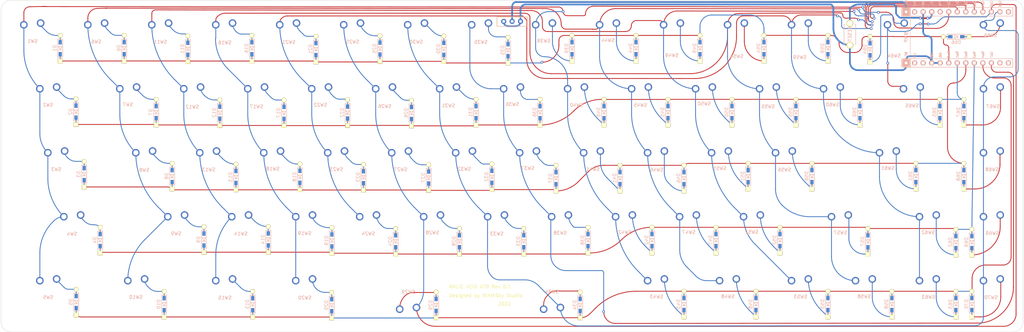
<source format=kicad_pcb>
(kicad_pcb (version 20211014) (generator pcbnew)
  (layers (0 "F.Cu" signal) (31 "B.Cu" signal) (34 "B.Paste" user) (35 "F.Paste" user) (36 "B.SilkS" user "B.Silkscreen") (37 "F.SilkS" user "F.Silkscreen") (38 "B.Mask" user) (39 "F.Mask" user) (44 "Edge.Cuts" user))
  (net 0 "")
  (net 1 "Net-(D1-Pad2)")
  (net 2 "Row0")
  (net 3 "Net-(D2-Pad2)")
  (net 4 "Row1")
  (net 5 "Net-(D3-Pad2)")
  (net 6 "Row2")
  (net 7 "Net-(D4-Pad2)")
  (net 8 "Row3")
  (net 9 "Net-(D5-Pad2)")
  (net 10 "Row4")
  (net 11 "Net-(D6-Pad2)")
  (net 12 "Net-(D7-Pad2)")
  (net 13 "Net-(D8-Pad2)")
  (net 14 "Net-(D9-Pad2)")
  (net 15 "Net-(D10-Pad2)")
  (net 16 "Net-(D11-Pad2)")
  (net 17 "Net-(D12-Pad2)")
  (net 18 "Net-(D13-Pad2)")
  (net 19 "Net-(D14-Pad2)")
  (net 20 "Net-(D15-Pad2)")
  (net 21 "Net-(D16-Pad2)")
  (net 22 "Net-(D17-Pad2)")
  (net 23 "Net-(D18-Pad2)")
  (net 24 "Net-(D19-Pad2)")
  (net 25 "Net-(D20-Pad2)")
  (net 26 "Net-(D21-Pad2)")
  (net 27 "Net-(D22-Pad2)")
  (net 28 "Net-(D23-Pad2)")
  (net 29 "Net-(D24-Pad2)")
  (net 30 "Net-(D25-Pad2)")
  (net 31 "Net-(D26-Pad2)")
  (net 32 "Net-(D27-Pad2)")
  (net 33 "Net-(D28-Pad2)")
  (net 34 "Net-(D29-Pad2)")
  (net 35 "Net-(D30-Pad2)")
  (net 36 "Net-(D31-Pad2)")
  (net 37 "Net-(D32-Pad2)")
  (net 38 "Net-(D33-Pad2)")
  (net 39 "Net-(D34-Pad2)")
  (net 40 "Net-(D35-Pad2)")
  (net 41 "Net-(D36-Pad2)")
  (net 42 "Net-(D37-Pad2)")
  (net 43 "Net-(D38-Pad2)")
  (net 44 "Net-(D39-Pad1)")
  (net 45 "Net-(D40-Pad1)")
  (net 46 "Net-(D41-Pad1)")
  (net 47 "Net-(D42-Pad1)")
  (net 48 "Net-(D43-Pad1)")
  (net 49 "Net-(D44-Pad1)")
  (net 50 "Net-(D45-Pad1)")
  (net 51 "Net-(D46-Pad1)")
  (net 52 "Net-(D47-Pad1)")
  (net 53 "Net-(D48-Pad1)")
  (net 54 "Net-(D49-Pad1)")
  (net 55 "Net-(D50-Pad1)")
  (net 56 "Net-(D51-Pad1)")
  (net 57 "Net-(D52-Pad1)")
  (net 58 "Net-(D53-Pad1)")
  (net 59 "Net-(D54-Pad1)")
  (net 60 "Net-(D55-Pad1)")
  (net 61 "Net-(D56-Pad1)")
  (net 62 "Net-(D57-Pad1)")
  (net 63 "Net-(D58-Pad1)")
  (net 64 "Net-(D59-Pad1)")
  (net 65 "Net-(D60-Pad1)")
  (net 66 "Net-(D61-Pad1)")
  (net 67 "Net-(D62-Pad1)")
  (net 68 "Net-(D63-Pad1)")
  (net 69 "Net-(D64-Pad1)")
  (net 70 "Net-(D65-Pad1)")
  (net 71 "Net-(D66-Pad1)")
  (net 72 "Net-(D67-Pad1)")
  (net 73 "Net-(D68-Pad1)")
  (net 74 "Net-(D69-Pad1)")
  (net 75 "Net-(D70-Pad1)")
  (net 76 "GND")
  (net 77 "Bat+")
  (net 78 "Col0")
  (net 79 "Col1")
  (net 80 "Col2")
  (net 81 "Col3")
  (net 82 "Col4")
  (net 83 "Col5")
  (net 84 "Col6")
  (net 85 "Col7")
  (net 86 "Reset")
  (net 92 "VCC")
  (footprint "Alps_Only:ALPS-1U" (layer "F.Cu") (at 57.15 47.625)
    (fp_text reference "SW7")
    (fp_text value "SW_PUSH")
  )
  (footprint "Alps_Only:ALPS-1.25U" (layer "F.Cu") (at 59.53125 104.775)
    (fp_text reference "SW10")
    (fp_text value "SW_PUSH")
  )
  (footprint "Alps_Only:ALPS-1.5U" (layer "F.Cu") (at 85.725 104.775)
    (fp_text reference "SW15")
    (fp_text value "SW_PUSH")
  )
  (footprint "Alps_Only:ALPS-1U" (layer "F.Cu") (at 47.625 28.575)
    (fp_text reference "SW6")
    (fp_text value "SW_PUSH")
  )
  (footprint "Alps_Only:ALPS-1.75U" (layer "F.Cu") (at 35.71875 66.675)
    (fp_text reference "SW3")
    (fp_text value "SW_PUSH")
  )
  (footprint "Alps_Only:ALPS-1.5U" (layer "F.Cu") (at 33.3375 104.775)
    (fp_text reference "SW5")
    (fp_text value "SW_PUSH")
  )
  (footprint "Alps_Only:ALPS-1U" (layer "F.Cu") (at 28.575 28.575)
    (fp_text reference "SW1")
    (fp_text value "SW_PUSH")
  )
  (footprint "Alps_Only:ALPS-1.5U" (layer "F.Cu") (at 33.3375 47.625)
    (fp_text reference "SW2")
    (fp_text value "SW_PUSH")
  )
  (footprint "Alps_Only:ALPS-2.25U" (layer "F.Cu") (at 40.48125 85.725)
    (fp_text reference "SW4")
    (fp_text value "SW_PUSH")
  )
  (footprint "Alps_Only:ALPS-1U" (layer "F.Cu") (at 71.4375 85.725)
    (fp_text reference "SW9")
    (fp_text value "SW_PUSH")
  )
  (footprint "Alps_Only:ALPS-1U" (layer "F.Cu") (at 61.9125 66.675)
    (fp_text reference "SW8")
    (fp_text value "SW_PUSH")
  )
  (footprint "Alps_Only:ALPS-1U" (layer "F.Cu") (at 76.2 47.625)
    (fp_text reference "SW12")
    (fp_text value "SW_PUSH")
  )
  (footprint "Alps_Only:ALPS-1U" (layer "F.Cu") (at 66.675 28.575)
    (fp_text reference "SW11")
    (fp_text value "SW_PUSH")
  )
  (footprint "Alps_Only:ALPS-1U" (layer "F.Cu") (at 80.9625 66.675)
    (fp_text reference "SW13")
    (fp_text value "SW_PUSH")
  )
  (footprint "Alps_Only:ALPS-1U" (layer "F.Cu") (at 90.4875 85.725)
    (fp_text reference "SW14")
    (fp_text value "SW_PUSH")
  )
  (footprint "Alps_Only:ALPS-1U" (layer "F.Cu") (at 95.25 47.625)
    (fp_text reference "SW17")
    (fp_text value "SW_PUSH")
  )
  (footprint "Alps_Only:ALPS-1U" (layer "F.Cu") (at 109.5375 85.725)
    (fp_text reference "SW19")
    (fp_text value "SW_PUSH")
  )
  (footprint "Alps_Only:ALPS-1U" (layer "F.Cu") (at 85.725 28.575)
    (fp_text reference "SW16")
    (fp_text value "SW_PUSH")
  )
  (footprint "Alps_Only:ALPS-1U" (layer "F.Cu") (at 100.0125 66.675)
    (fp_text reference "SW18")
    (fp_text value "SW_PUSH")
  )
  (footprint "Alps_Only:ALPS-1U" (layer "F.Cu") (at 109.5375 104.775)
    (fp_text reference "SW20")
    (fp_text value "SW_PUSH")
  )
  (footprint "Alps_Only:ALPS-1U" (layer "F.Cu") (at 114.3 47.625)
    (fp_text reference "SW22")
    (fp_text value "SW_PUSH")
  )
  (footprint "Alps_Only:ALPS-1U" (layer "F.Cu") (at 104.775 28.575)
    (fp_text reference "SW21")
    (fp_text value "SW_PUSH")
  )
  (footprint "Alps_Only:ALPS-1U" (layer "F.Cu") (at 166.6875 85.725)
    (fp_text reference "SW33")
    (fp_text value "SW_PUSH")
  )
  (footprint "Alps_Only:ALPS-1U" (layer "F.Cu") (at 119.0625 66.675)
    (fp_text reference "SW23")
    (fp_text value "SW_PUSH")
  )
  (footprint "Alps_Only:ALPS-1U" (layer "F.Cu") (at 133.35 47.625)
    (fp_text reference "SW26")
    (fp_text value "SW_PUSH")
  )
  (footprint "Alps_Only:ALPS-1U" (layer "F.Cu") (at 147.6375 85.725)
    (fp_text reference "SW28")
    (fp_text value "SW_PUSH")
  )
  (footprint "Alps_Only:ALPS-1U" (layer "F.Cu") (at 152.4 47.625)
    (fp_text reference "SW31")
    (fp_text value "SW_PUSH")
  )
  (footprint "Alps_Only:ALPS-1U" (layer "F.Cu") (at 157.1625 66.675)
    (fp_text reference "SW32")
    (fp_text value "SW_PUSH")
  )
  (footprint "Alps_Only:ALPS-1U" (layer "F.Cu") (at 123.825 28.575)
    (fp_text reference "SW25")
    (fp_text value "SW_PUSH")
  )
  (footprint "Alps_Only:ALPS-1U" (layer "F.Cu") (at 128.5875 85.725)
    (fp_text reference "SW24")
    (fp_text value "SW_PUSH")
  )
  (footprint "Alps_Only:ALPS-1U" (layer "F.Cu") (at 138.1125 66.675)
    (fp_text reference "SW27")
    (fp_text value "SW_PUSH")
  )
  (footprint "Alps_Only:ALPS-1U" (layer "F.Cu") (at 142.875 28.575)
    (fp_text reference "SW30")
    (fp_text value "SW_PUSH")
  )
  (footprint "Alps_Only:ALPS-1U" (layer "F.Cu") (at 195.2625 66.675)
    (fp_text reference "SW41")
    (fp_text value "SW_PUSH")
  )
  (footprint "Alps_Only:ALPS-1U" (layer "F.Cu") (at 185.7375 85.725)
    (fp_text reference "SW38")
    (fp_text value "SW_PUSH")
  )
  (footprint "Alps_Only:ALPS-1U" (layer "F.Cu") (at 200.025 28.575)
    (fp_text reference "SW44")
    (fp_text value "SW_PUSH")
  )
  (footprint "Alps_Only:ALPS-1U" (layer "F.Cu") (at 209.55 47.625)
    (fp_text reference "SW45")
    (fp_text value "SW_PUSH")
  )
  (footprint "Alps_Only:ALPS-1U" (layer "F.Cu") (at 180.975 28.575)
    (fp_text reference "SW39")
    (fp_text value "SW_PUSH")
  )
  (footprint "Alps_Only:ALPS-1U" (layer "F.Cu") (at 176.2125 66.675)
    (fp_text reference "SW37")
    (fp_text value "SW_PUSH")
  )
  (footprint "Alps_Only:ALPS-1U" (layer "F.Cu") (at 223.8375 85.725)
    (fp_text reference "SW47")
    (fp_text value "SW_PUSH")
  )
  (footprint "Alps_Only:ALPS-1U" (layer "F.Cu") (at 161.925 28.575)
    (fp_text reference "SW35")
    (fp_text value "SW_PUSH")
  )
  (footprint "Alps_Only:ALPS-1U" (layer "F.Cu") (at 204.7875 85.725)
    (fp_text reference "SW42")
    (fp_text value "SW_PUSH")
  )
  (footprint "Alps_Only:ALPS-1U" (layer "F.Cu") (at 171.45 47.625)
    (fp_text reference "SW36")
    (fp_text value "SW_PUSH")
  )
  (footprint "Alps_Only:ALPS-1U" (layer "F.Cu") (at 214.3125 66.675)
    (fp_text reference "SW46")
    (fp_text value "SW_PUSH")
  )
  (footprint "Alps_Only:ALPS-1U" (layer "F.Cu") (at 190.5 47.625)
    (fp_text reference "SW40")
    (fp_text value "SW_PUSH")
  )
  (footprint "Alps_Only:ALPS-1.75U" (layer "F.Cu") (at 269.08125 85.725)
    (fp_text reference "SW57")
    (fp_text value "SW_PUSH")
  )
  (footprint "Alps_Only:ALPS-1U" (layer "F.Cu") (at 238.125 28.575)
    (fp_text reference "SW54")
    (fp_text value "SW_PUSH")
  )
  (footprint "Alps_Only:ALPS-1U" (layer "F.Cu") (at 242.8875 85.725)
    (fp_text reference "SW52")
    (fp_text value "SW_PUSH")
  )
  (footprint "Alps_Only:ALPS-1U" (layer "F.Cu") (at 228.6 47.625)
    (fp_text reference "SW50")
    (fp_text value "SW_PUSH")
  )
  (footprint "Alps_Only:ALPS-1U" (layer "F.Cu") (at 233.3625 66.675)
    (fp_text reference "SW51")
    (fp_text value "SW_PUSH")
  )
  (footprint "Alps_Only:ALPS-2.25U" (layer "F.Cu") (at 283.36875 66.675)
    (fp_text reference "SW61")
    (fp_text value "SW_PUSH")
  )
  (footprint "Alps_Only:ALPS-1U" (layer "F.Cu") (at 247.65 47.625)
    (fp_text reference "SW55")
    (fp_text value "SW_PUSH")
  )
  (footprint "Alps_Only:ALPS-1U" (layer "F.Cu") (at 257.175 28.575)
    (fp_text reference "SW59")
    (fp_text value "SW_PUSH")
  )
  (footprint "Alps_Only:ALPS-1U" (layer "F.Cu") (at 219.075 28.575)
    (fp_text reference "SW49")
    (fp_text value "SW_PUSH")
  )
  (footprint "Alps_Only:ALPS-1U" (layer "F.Cu") (at 252.4125 66.675)
    (fp_text reference "SW56")
    (fp_text value "SW_PUSH")
  )
  (footprint "Alps_Only:ALPS-1U" (layer "F.Cu") (at 266.7 47.625)
    (fp_text reference "SW60")
    (fp_text value "SW_PUSH")
  )
  (footprint "Alps_Only:ALPS-1U" (layer "F.Cu") (at 314.325 85.725)
    (fp_text reference "SW69")
    (fp_text value "SW_PUSH")
  )
  (footprint "Alps_Only:ALPS-1U" (layer "F.Cu") (at 314.325 28.575)
    (fp_text reference "SW66")
    (fp_text value "SW_PUSH")
  )
  (footprint "Alps_Only:ALPS-1U" (layer "F.Cu") (at 314.325 47.625)
    (fp_text reference "SW67")
    (fp_text value "SW_PUSH")
  )
  (footprint "Alps_Only:ALPS-1U" (layer "F.Cu") (at 314.325 66.675)
    (fp_text reference "SW68")
    (fp_text value "SW_PUSH")
  )
  (footprint "Alps_Only:ALPS-1U" (layer "F.Cu") (at 295.275 85.725)
    (fp_text reference "SW62")
    (fp_text value "SW_PUSH")
  )
  (footprint "Alps_Only:ALPS-2U" (layer "F.Cu") (at 285.75 28.575)
    (fp_text reference "SW64")
    (fp_text value "SW_PUSH")
  )
  (footprint "Alps_Only:ALPS-1U" (layer "F.Cu") (at 276.225 104.775)
    (fp_text reference "SW58")
    (fp_text value "SW_PUSH")
  )
  (footprint "Alps_Only:ALPS-1U" (layer "F.Cu") (at 314.325 104.775)
    (fp_text reference "SW70")
    (fp_text value "SW_PUSH")
  )
  (footprint "Alps_Only:ALPS-1U" (layer "F.Cu") (at 295.275 104.775)
    (fp_text reference "SW63")
    (fp_text value "SW_PUSH")
  )
  (footprint "Alps_Only:ALPS-2.25U" (layer "F.Cu") (at 140.49375 104.775 180)
    (fp_text reference "SW29")
    (fp_text value "SW_PUSH")
  )
  (footprint "Alps_Only:ALPS-2.25U" (layer "F.Cu") (at 183.35625 104.775 180)
    (fp_text reference "SW34")
    (fp_text value "SW_PUSH")
  )
  (footprint "Alps_Only:ALPS-1.25U" (layer "F.Cu") (at 235.74375 104.775)
    (fp_text reference "SW48")
    (fp_text value "SW_PUSH")
  )
  (footprint "Alps_Only:ALPS-1U" (layer "F.Cu") (at 257.175 104.775)
    (fp_text reference "SW53")
    (fp_text value "SW_PUSH")
  )
  (footprint "kbd_Parts:Diode_TH_SMD" (layer "F.Cu") (at 103.55 50.8 90)
    (fp_text reference "D17")
    (fp_text value "D" hide)
  )
  (footprint "kbd_Parts:Diode_TH_SMD" (layer "F.Cu") (at 160.73451 50.601605 90)
    (fp_text reference "D31")
    (fp_text value "D" hide)
  )
  (footprint "kbd_Parts:Diode_TH_SMD" (layer "F.Cu") (at 291.70337 69.640682 90)
    (fp_text reference "D61")
    (fp_text value "D" hide)
  )
  (footprint "kbd_Parts:Diode_TH_SMD" (layer "F.Cu") (at 308.372134 89.29695 90)
    (fp_text reference "D69")
    (fp_text value "D" hide)
  )
  (footprint "kbd_Parts:Diode_TH_SMD" (layer "F.Cu") (at 44.053125 69.05625 90)
    (fp_text reference "D3")
    (fp_text value "D" hide)
  )
  (footprint "kbd_Parts:Diode_TH_SMD" (layer "F.Cu") (at 65.484375 50.590625 90)
    (fp_text reference "D7")
    (fp_text value "D" hide)
  )
  (footprint "kbd_Parts:Diode_TH_SMD" (layer "F.Cu") (at 174.94 89.03 90)
    (fp_text reference "D33")
    (fp_text value "D" hide)
  )
  (footprint "kbd_Parts:Diode_TH_SMD" (layer "F.Cu") (at 275.034606 50.590666 90)
    (fp_text reference "D60")
    (fp_text value "D" hide)
  )
  (footprint "kbd_Parts:Diode_TH_SMD" (layer "F.Cu") (at 232.17207 88.701637 90)
    (fp_text reference "D47")
    (fp_text value "D" hide)
  )
  (footprint "kbd_Parts:Diode_TH_SMD" (layer "F.Cu") (at 148.85 108 90)
    (fp_text reference "D29")
    (fp_text value "D" hide)
  )
  (footprint "kbd_Parts:Diode_TH_SMD" (layer "F.Cu") (at 203.597046 70.235995 90)
    (fp_text reference "D41")
    (fp_text value "D" hide)
  )
  (footprint "kbd_Parts:Diode_TH_SMD" (layer "F.Cu") (at 260.747094 69.640682 90)
    (fp_text reference "D56")
    (fp_text value "D" hide)
  )
  (footprint "kbd_Parts:Diode_TH_SMD" (layer "F.Cu") (at 84.425 50.75 90)
    (fp_text reference "D12")
    (fp_text value "D" hide)
  )
  (footprint "kbd_Parts:Diode_TH_SMD" (layer "F.Cu") (at 251.222086 88.701637 90)
    (fp_text reference "D52")
    (fp_text value "D" hide)
  )
  (footprint "kbd_Parts:Diode_TH_SMD" (layer "F.Cu") (at 122.475 50.725 90)
    (fp_text reference "D22")
    (fp_text value "D" hide)
  )
  (footprint "kbd_Parts:Diode_TH_SMD" (layer "F.Cu") (at 198.834542 50.612544 90)
    (fp_text reference "D40")
    (fp_text value "D" hide)
  )
  (footprint "kbd_Parts:Diode_TH_SMD" (layer "F.Cu") (at 151.13 31.75 90)
    (fp_text reference "D30")
    (fp_text value "D" hide)
  )
  (footprint "kbd_Parts:Diode_TH_SMD" (layer "F.Cu") (at 108.275 69.85 90)
    (fp_text reference "D18")
    (fp_text value "D" hide)
  )
  (footprint "kbd_Parts:Diode_TH_SMD" (layer "F.Cu") (at 184.54703 70.257873 90)
    (fp_text reference "D37")
    (fp_text value "D" hide)
  )
  (footprint "kbd_Parts:Diode_TH_SMD" (layer "F.Cu") (at 217.884558 50.590666 90)
    (fp_text reference "D45")
    (fp_text value "D" hide)
  )
  (footprint "kbd_Parts:Diode_TH_SMD" (layer "F.Cu") (at 246.459582 31.551589 90)
    (fp_text reference "D54")
    (fp_text value "D" hide)
  )
  (footprint "kbd_Parts:Diode_TH_SMD" (layer "F.Cu") (at 241.76 69.665 90)
    (fp_text reference "D51")
    (fp_text value "D" hide)
  )
  (footprint "kbd_Parts:Diode_TH_SMD" (layer "F.Cu") (at 303.745 28.12 180)
    (fp_text reference "D66")
    (fp_text value "D" hide)
  )
  (footprint "kbd_Parts:Diode_TH_SMD" (layer "F.Cu") (at 70.246875 69.640625 90)
    (fp_text reference "D8")
    (fp_text value "D" hide)
  )
  (footprint "kbd_Parts:Diode_TH_SMD" (layer "F.Cu") (at 236.934574 50.590666 90)
    (fp_text reference "D50")
    (fp_text value "D" hide)
  )
  (footprint "kbd_Parts:Diode_TH_SMD" (layer "F.Cu") (at 308.372134 107.740714 90)
    (fp_text reference "D70")
    (fp_text value "D" hide)
  )
  (footprint "kbd_Parts:Diode_TH_SMD" (layer "F.Cu") (at 305.990882 50.590666 90)
    (fp_text reference "D67")
    (fp_text value "D" hide)
  )
  (footprint "kbd_Parts:Diode_TH_SMD" (layer "F.Cu") (at 127.2 69.975 90)
    (fp_text reference "D23")
    (fp_text value "D" hide)
  )
  (footprint "kbd_Parts:Diode_TH_SMD" (layer "F.Cu") (at 117.75 108.075 90)
    (fp_text reference "D20")
    (fp_text value "D" hide)
  )
  (footprint "kbd_Parts:Diode_TH_SMD" (layer "F.Cu") (at 94.225 107.8 90)
    (fp_text reference "D15")
    (fp_text value "D" hide)
  )
  (footprint "kbd_Parts:Diode_TH_SMD" (layer "F.Cu") (at 222.647062 107.740714 90)
    (fp_text reference "D43")
    (fp_text value "D" hide)
  )
  (footprint "kbd_Parts:Diode_TH_SMD" (layer "F.Cu") (at 74.9 31.725 90)
    (fp_text reference "D11")
    (fp_text value "D" hide)
  )
  (footprint "kbd_Parts:Diode_TH_SMD" (layer "F.Cu") (at 89.225 69.9 90)
    (fp_text reference "D13")
    (fp_text value "D" hide)
  )
  (footprint "kbd_Parts:Diode_TH_SMD" (layer "F.Cu") (at 93.975 31.575 90)
    (fp_text reference "D16")
    (fp_text value "D" hide)
  )
  (footprint "kbd_Parts:Diode_TH_SMD" (layer "F.Cu") (at 67.865625 107.775 90)
    (fp_text reference "D10")
    (fp_text value "D" hide)
  )
  (footprint "kbd_Parts:Diode_TH_SMD" (layer "F.Cu") (at 117.8 88.8 90)
    (fp_text reference "D19")
    (fp_text value "D" hide)
  )
  (footprint "kbd_Parts:Diode_TH_SMD" (layer "F.Cu") (at 255.98459 50.601605 90)
    (fp_text reference "D55")
    (fp_text value "D" hide)
  )
  (footprint "kbd_Parts:Diode_TH_SMD" (layer "F.Cu") (at 303.60963 107.751653 90)
    (fp_text reference "D63")
    (fp_text value "D" hide)
  )
  (footprint "kbd_Parts:Diode_TH_SMD" (layer "F.Cu") (at 244.07833 107.740714 90)
    (fp_text reference "D48")
    (fp_text value "D" hide)
  )
  (footprint "kbd_Parts:Battery_XH2.5_GL_PCB" (layer "F.Cu") (at 171.47 23.515)
    (fp_text reference "J1")
    (fp_text value "Conn_01x02" hide)
  )
  (footprint "kbd_Parts:Diode_TH_SMD" (layer "F.Cu") (at 278.07 31.875 90)
    (fp_text reference "D64")
    (fp_text value "D" hide)
  )
  (footprint "kbd_Parts:Diode_TH_SMD" (layer "F.Cu") (at 170.259518 32.135963 90)
    (fp_text reference "D35")
    (fp_text value "D" hide)
  )
  (footprint "kbd_Parts:Micon_BMP_GL" (layer "F.Cu") (at 305.809 28.285 90)
    (fp_text reference "U1" hide)
    (fp_text value "BLEMicroPro" hide)
  )
  (footprint "Alps_Only:ALPS-1U" (layer "F.Cu") (at 214.3125 104.775)
    (fp_text reference "SW43")
    (fp_text value "SW_PUSH")
  )
  (footprint "kbd_Parts:Diode_TH_SMD" (layer "F.Cu") (at 79.7 88.525 90)
    (fp_text reference "D9")
    (fp_text value "D" hide)
  )
  (footprint "kbd_Parts:Diode_TH_SMD" (layer "F.Cu") (at 132.12 31.66 90)
    (fp_text reference "D25")
    (fp_text value "D" hide)
  )
  (footprint "kbd_Parts:ResetSW" (layer "F.Cu") (at 272.058041 27.384398 90)
    (fp_text reference "SW71" hide)
    (fp_text value "SW_PUSH")
  )
  (footprint "kbd_Parts:Diode_TH_SMD" (layer "F.Cu") (at 36.909375 31.5625 90)
    (fp_text reference "D1")
    (fp_text value "D" hide)
  )
  (footprint "kbd_Parts:Diode_TH_SMD" (layer "F.Cu") (at 277.415858 89.058828 90)
    (fp_text reference "D57")
    (fp_text value "D" hide)
  )
  (footprint "kbd_Parts:Diode_TH_SMD" (layer "F.Cu") (at 146.63 70.07 90)
    (fp_text reference "D27")
    (fp_text value "D" hide)
  )
  (footprint "kbd_Parts:Diode_TH_SMD" (layer "F.Cu") (at 41.671875 107.15625 90)
    (fp_text reference "D5")
    (fp_text value "D" hide)
  )
  (footprint "kbd_Parts:Diode_TH_SMD" (layer "F.Cu") (at 48.815625 88.690625 90)
    (fp_text reference "D4")
    (fp_text value "D" hide)
  )
  (footprint "kbd_Parts:Diode_TH_SMD" (layer "F.Cu") (at 208.35955 31.551589 90)
    (fp_text reference "D44")
    (fp_text value "D" hide)
  )
  (footprint "kbd_Parts:Diode_TH_SMD" (layer "F.Cu") (at 194.072038 88.701637 90)
    (fp_text reference "D38")
    (fp_text value "D" hide)
  )
  (footprint "kbd_Parts:Diode_TH_SMD" (layer "F.Cu") (at 265.509598 107.740714 90)
    (fp_text reference "D53")
    (fp_text value "D" hide)
  )
  (footprint "kbd_Parts:Diode_TH_SMD" (layer "F.Cu") (at 303.60963 89.29695 90)
    (fp_text reference "D62")
    (fp_text value "D" hide)
  )
  (footprint "kbd_Parts:Diode_TH_SMD" (layer "F.Cu") (at 222.647062 70.246934 90)
    (fp_text reference "D46")
    (fp_text value "D" hide)
  )
  (footprint "kbd_Parts:Diode_TH_SMD" (layer "F.Cu") (at 165.44 69.85 90)
    (fp_text reference "D32")
    (fp_text value "D" hide)
  )
  (footprint "kbd_Parts:Diode_TH_SMD" (layer "F.Cu") (at 191.75 108.01 90)
    (fp_text reference "D34")
    (fp_text value "D" hide)
  )
  (footprint "kbd_Parts:Diode_TH_SMD" (layer "F.Cu") (at 213.122054 88.690698 90)
    (fp_text reference "D42")
    (fp_text value "D" hide)
  )
  (footprint "kbd_Parts:Diode_TH_SMD" (layer "F.Cu") (at 113.05 31.825 90)
    (fp_text reference "D21")
    (fp_text value "D" hide)
  )
  (footprint "kbd_Parts:Diode_TH_SMD" (layer "F.Cu") (at 305.990882 69.651621 90)
    (fp_text reference "D68")
    (fp_text value "D" hide)
  )
  (footprint "kbd_Parts:Diode_TH_SMD" (layer "F.Cu") (at 41.6 50.45 90)
    (fp_text reference "D2")
    (fp_text value "D" hide)
  )
  (footprint "kbd_Parts:Diode_TH_SMD" (layer "F.Cu") (at 136.8 89.05 90)
    (fp_text reference "D24")
    (fp_text value "D" hide)
  )
  (footprint "kbd_Parts:Diode_TH_SMD" (layer "F.Cu") (at 179.784526 50.612544 90)
    (fp_text reference "D36")
    (fp_text value "D" hide)
  )
  (footprint "kbd_Parts:Diode_TH_SMD" (layer "F.Cu") (at 227.409566 31.551589 90)
    (fp_text reference "D49")
    (fp_text value "D" hide)
  )
  (footprint "kbd_Parts:Diode_TH_SMD" (layer "F.Cu") (at 189.309534 31.562528 90)
    (fp_text reference "D39")
    (fp_text value "D" hide)
  )
  (footprint "kbd_Parts:Diode_TH_SMD" (layer "F.Cu") (at 265.509598 31.54065 90)
    (fp_text reference "D59")
    (fp_text value "D" hide)
  )
  (footprint "kbd_Parts:Diode_TH_SMD" (layer "F.Cu") (at 155.78 89.035 90)
    (fp_text reference "D28")
    (fp_text value "D" hide)
  )
  (footprint "kbd_Parts:Diode_TH_SMD" (layer "F.Cu") (at 98.875 88.5 90)
    (fp_text reference "D14")
    (fp_text value "D" hide)
  )
  (footprint "kbd_Parts:Diode_TH_SMD" (layer "F.Cu") (at 141.51 50.86 90)
    (fp_text reference "D26")
    (fp_text value "D" hide)
  )
  (footprint "kbd_Parts:Diode_TH_SMD" (layer "F.Cu") (at 298.847126 50.590666 90)
    (fp_text reference "D65")
    (fp_text value "D" hide)
  )
  (footprint "Alps_Only:ALPS-1.5U" (layer "F.Cu") (at 290.5125 47.625)
    (fp_text reference "SW65")
    (fp_text value "SW_PUSH")
  )
  (footprint "kbd_Parts:Diode_TH_SMD" (layer "F.Cu") (at 55.959375 31.540625 90)
    (fp_text reference "D6")
    (fp_text value "D" hide)
  )
  (footprint "kbd_Parts:Diode_TH_SMD" (layer "F.Cu") (at 284.559614 107.751653 90)
    (fp_text reference "D58")
    (fp_text value "D" hide)
  )
  (gr_arc (start 22.275 116.05) (mid 20.15368 115.17132) (end 19.275 113.05) (layer "Edge.Cuts") (width 0.1))
  (gr_arc (start 19.275 20.25) (mid 20.15368 18.12868) (end 22.275 17.25) (layer "Edge.Cuts") (width 0.1))
  (gr_arc (start 323.625 113.05) (mid 322.74632 115.17132) (end 320.625 116.05) (layer "Edge.Cuts") (width 0.1))
  (gr_arc (start 320.625 17.25) (mid 322.74632 18.12868) (end 323.625 20.25) (layer "Edge.Cuts") (width 0.1))
  (gr_line (start 323.625 20.25) (end 323.625 113.05) (layer "Edge.Cuts") (width 0.1))
  (gr_line (start 22.275 116.05) (end 320.625 116.05) (layer "Edge.Cuts") (width 0.1))
  (gr_line (start 19.275 20.25) (end 19.275 113.05) (layer "Edge.Cuts") (width 0.1))
  (gr_line (start 320.625 17.25) (end 22.275 17.25) (layer "Edge.Cuts") (width 0.1))
  (gr_text "SW15" (at 85.96 105.86) (layer "B.SilkS") (effects (font (size 1 1)) (justify mirror)))
  (gr_text "SW58" (at 276.31 105.48) (layer "B.SilkS") (effects (font (size 1 1)) (justify mirror)))
  (gr_text "SW59" (at 257.16 34.25) (layer "B.SilkS") (effects (font (size 1 1)) (justify mirror)))
  (gr_text "SW64" (at 285.22 33.81) (layer "B.SilkS") (effects (font (size 1 1)) (justify mirror)))
  (gr_text "SW27" (at 138.28 67.65) (layer "B.SilkS") (effects (font (size 1 1)) (justify mirror)))
  (gr_text "SW1" (at 28.65 29.44) (layer "B.SilkS") (effects (font (size 1 1)) (justify mirror)))
  (gr_text "SW21" (at 104.97 29.74) (layer "B.SilkS") (effects (font (size 1 1)) (justify mirror)))
  (gr_text "SW31" (at 152.51 48.63) (layer "B.SilkS") (effects (font (size 1 1)) (justify mirror)))
  (gr_text "SW24" (at 128.66 86.74) (layer "B.SilkS") (effects (font (size 1 1)) (justify mirror)))
  (gr_text "SW54" (at 238.35 33.97) (layer "B.SilkS") (effects (font (size 1 1)) (justify mirror)))
  (gr_text "SW43" (at 214.51 105.55) (layer "B.SilkS") (effects (font (size 1 1)) (justify mirror)))
  (gr_text "SW36" (at 171.56 48.25) (layer "B.SilkS") (effects (font (size 1 1)) (justify mirror)))
  (gr_text "SW17" (at 95.38 48.92) (layer "B.SilkS") (effects (font (size 1 1)) (justify mirror)))
  (gr_text "SW44" (at 200.02 29.21) (layer "B.SilkS") (effects (font (size 1 1)) (justify mirror)))
  (gr_text "SW70" (at 314.1 105.77) (layer "B.SilkS") (effects (font (size 1 1)) (justify mirror)))
  (gr_text "SW45" (at 209.69 48.48) (layer "B.SilkS") (effects (font (size 1 1)) (justify mirror)))
  (gr_text "SW29" (at 140.62 104.13) (layer "B.SilkS") (effects (font (size 1 1)) (justify mirror)))
  (gr_text "SW39" (at 180.92 29.37) (layer "B.SilkS") (effects (font (size 1 1)) (justify mirror)))
  (gr_text "SW5" (at 33.33 105.72) (layer "B.SilkS") (effects (font (size 1 1)) (justify mirror)))
  (gr_text "SW19" (at 109.71 86.67) (layer "B.SilkS") (effects (font (size 1 1)) (justify mirror)))
  (gr_text "SW69" (at 314.47 86.66) (layer "B.SilkS") (effects (font (size 1 1)) (justify mirror)))
  (gr_text "SW53" (at 257.38 105.55) (layer "B.SilkS") (effects (font (size 1 1)) (justify mirror)))
  (gr_text "SW28" (at 147.73 86.46) (layer "B.SilkS") (effects (font (size 1 1)) (justify mirror)))
  (gr_text "SW10" (at 59.46 105.67) (layer "B.SilkS") (effects (font (size 1 1)) (justify mirror)))
  (gr_text "SW52" (at 242.81 86.27) (layer "B.SilkS") (effects (font (size 1 1)) (justify mirror)))
  (gr_text "SW4" (at 40.42 86.85) (layer "B.SilkS") (effects (font (size 1 1)) (justify mirror)))
  (gr_text "SW23" (at 119.18 67.62) (layer "B.SilkS") (effects (font (size 1 1)) (justify mirror)))
  (gr_text "SW46" (at 214.51 67.76) (layer "B.SilkS") (effects (font (size 1 1)) (justify mirror)))
  (gr_text "SW13" (at 81.12 67.7) (layer "B.SilkS") (effects (font (size 1 1)) (justify mirror)))
  (gr_text "SW3" (at 35.73 67.62) (layer "B.SilkS") (effects (font (size 1 1)) (justify mirror)))
  (gr_text "SW61" (at 283.37 67.25) (layer "B.SilkS") (effects (font (size 1 1)) (justify mirror)))
  (gr_text "SW26" (at 133.54 48.84) (layer "B.SilkS") (effects (font (size 1 1)) (justify mirror)))
  (gr_text "SW68" (at 314.4 67.66) (layer "B.SilkS") (effects (font (size 1 1)) (justify mirror)))
  (gr_text "SW55" (at 247.71 48.9) (layer "B.SilkS") (effects (font (size 1 1)) (justify mirror)))
  (gr_text "SW35" (at 162.18 29.72) (layer "B.SilkS") (effects (font (size 1 1)) (justify mirror)))
  (gr_text "SW67" (at 314.7 48.88) (layer "B.SilkS") (effects (font (size 1 1)) (justify mirror)))
  (gr_text "SW32" (at 157.25 67.51) (layer "B.SilkS") (effects (font (size 1 1)) (justify mirror)))
  (gr_text "SW38" (at 185.79 86.55) (layer "B.SilkS") (effects (font (size 1 1)) (justify mirror)))
  (gr_text "SW47" (at 224.1 86.34) (layer "B.SilkS") (effects (font (size 1 1)) (justify mirror)))
  (gr_text "SW25" (at 123.97 29.64) (layer "B.SilkS") (effects (font (size 1 1)) (justify mirror)))
  (gr_text "SW40" (at 190.67 48.49) (layer "B.SilkS") (effects (font (size 1 1)) (justify mirror)))
  (gr_text "SW50" (at 228.7 48.08) (layer "B.SilkS") (effects (font (size 1 1)) (justify mirror)))
  (gr_text "SW12" (at 76.24 49.02) (layer "B.SilkS") (effects (font (size 1 1)) (justify mirror)))
  (gr_text "SW7" (at 57.05 48.32) (layer "B.SilkS") (effects (font (size 1 1)) (justify mirror)))
  (gr_text "SW49" (at 219.05 33.68) (layer "B.SilkS") (effects (font (size 1 1)) (justify mirror)))
  (gr_text "SW57" (at 269.26 86.47) (layer "B.SilkS") (effects (font (size 1 1)) (justify mirror)))
  (gr_text "SW33" (at 166.92 86.8) (layer "B.SilkS") (effects (font (size 1 1)) (justify mirror)))
  (gr_text "SW14" (at 90.7 86.79) (layer "B.SilkS") (effects (font (size 1 1)) (justify mirror)))
  (gr_text "SW34" (at 183.33 104.07) (layer "B.SilkS") (effects (font (size 1 1)) (justify mirror)))
  (gr_text "SW37" (at 176.12 67.28) (layer "B.SilkS") (effects (font (size 1 1)) (justify mirror)))
  (gr_text "SW41" (at 195.54 67.6) (layer "B.SilkS") (effects (font (size 1 1)) (justify mirror)))
  (gr_text "SW63" (at 295.47 105.63) (layer "B.SilkS") (effects (font (size 1 1)) (justify mirror)))
  (gr_text "SW6" (at 47.64 29.59) (layer "B.SilkS") (effects (font (size 1 1)) (justify mirror)))
  (gr_text "SW22" (at 114.4 48.43) (layer "B.SilkS") (effects (font (size 1 1)) (justify mirror)))
  (gr_text "SW18" (at 100.23 67.47) (layer "B.SilkS") (effects (font (size 1 1)) (justify mirror)))
  (gr_text "SW30" (at 142.94 29.67) (layer "B.SilkS") (effects (font (size 1 1)) (justify mirror)))
  (gr_text "SW20" (at 109.76 105.86) (layer "B.SilkS") (effects (font (size 1 1)) (justify mirror)))
  (gr_text "SW8" (at 61.93 67.84) (layer "B.SilkS") (effects (font (size 1 1)) (justify mirror)))
  (gr_text "SW48" (at 235.75 105.49) (layer "B.SilkS") (effects (font (size 1 1)) (justify mirror)))
  (gr_text "SW60" (at 266.88 48.36) (layer "B.SilkS") (effects (font (size 1 1)) (justify mirror)))
  (gr_text "SW65" (at 290.57 48.65) (layer "B.SilkS") (effects (font (size 1 1)) (justify mirror)))
  (gr_text "SW9" (at 71.46 86.74) (layer "B.SilkS") (effects (font (size 1 1)) (justify mirror)))
  (gr_text "SW2" (at 33.29 48.44) (layer "B.SilkS") (effects (font (size 1 1)) (justify mirror)))
  (gr_text "SW66" (at 313.95 27.72) (layer "B.SilkS") (effects (font (size 1 1)) (justify mirror)))
  (gr_text "SW51" (at 233.3 67.33) (layer "B.SilkS") (effects (font (size 1 1)) (justify mirror)))
  (gr_text "SW42" (at 205.04 86.37) (layer "B.SilkS") (effects (font (size 1 1)) (justify mirror)))
  (gr_text "SW16" (at 85.91 29.87) (layer "B.SilkS") (effects (font (size 1 1)) (justify mirror)))
  (gr_text "SW56" (at 252.58 67.71) (layer "B.SilkS") (effects (font (size 1 1)) (justify mirror)))
  (gr_text "SW11" (at 66.72 29.68) (layer "B.SilkS") (effects (font (size 1 1)) (justify mirror)))
  (gr_text "SW62" (at 295.39 86.4) (layer "B.SilkS") (effects (font (size 1 1)) (justify mirror)))
  (gr_text "Designed by NinthSky Studio" (at 163.61 105.2) (layer "F.SilkS") (effects (font (size 1 1))))
  (gr_text "MALIC ACID A70 Rev 0.1" (at 161.93 102.57) (layer "F.SilkS") (effects (font (size 1 1))))
  (gr_text "2022" (at 169.22 107.71) (layer "F.SilkS") (effects (font (size 1 1))))
  (segment (start 31.60533 25.35533) (end 32.75 26.5) (width 0.25) (layer "B.Cu") (net 1))
  (segment (start 35.773802 27.7525) (end 36.909375 27.7525) (width 0.25) (layer "B.Cu") (net 1))
  (segment (start 36.909375 29.7875) (end 36.909375 27.7525) (width 0.25) (layer "B.Cu") (net 1))
  (arc (start 32.75 26.5) (mid 34.137332 27.426986) (end 35.773802 27.7525) (width 0.25) (layer "B.Cu") (net 1))
  (arc (start 31.075 24.075) (mid 31.212828 24.76791) (end 31.60533 25.35533) (width 0.25) (layer "B.Cu") (net 1))
  (segment (start 186.937472 27.752528) (end 189.309534 27.752528) (width 0.25) (layer "F.Cu") (net 2))
  (segment (start 208.35955 27.741589) (end 227.409566 27.741589) (width 0.25) (layer "F.Cu") (net 2))
  (segment (start 276.96604 28.065) (end 278.07 28.065) (width 0.25) (layer "F.Cu") (net 2))
  (segment (start 285 28.105) (end 299.92 28.105) (width 0.25) (layer "F.Cu") (net 2))
  (segment (start 189.309534 27.752528) (end 208.348611 27.752528) (width 0.25) (layer "F.Cu") (net 2))
  (segment (start 113.05 35.635) (end 131.721655 35.635) (width 0.25) (layer "F.Cu") (net 2))
  (segment (start 299.935 28.12) (end 299.935 29.845) (width 0.25) (layer "F.Cu") (net 2))
  (segment (start 265.509598 27.73065) (end 246.470521 27.73065) (width 0.25) (layer "F.Cu") (net 2))
  (segment (start 273.46 32.84) (end 271.52 32.84) (width 0.25) (layer "F.Cu") (net 2))
  (segment (start 93.975 35.385) (end 112.446447 35.385) (width 0.25) (layer "F.Cu") (net 2))
  (segment (start 36.909375 35.3725) (end 55.906565 35.3725) (width 0.25) (layer "F.Cu") (net 2))
  (segment (start 55.959375 35.350625) (end 74.45488 35.350625) (width 0.25) (layer "F.Cu") (net 2))
  (segment (start 93.975 35.385) (end 75.262132 35.385) (width 0.25) (layer "F.Cu") (net 2))
  (segment (start 275.67 29.141837) (end 275.67 30.63) (width 0.25) (layer "F.Cu") (net 2))
  (segment (start 170.259518 35.945963) (end 152.061797 35.945963) (width 0.25) (layer "F.Cu") (net 2))
  (segment (start 301.491 31.401) (end 301.491 35.9414) (width 0.25) (layer "F.Cu") (net 2))
  (segment (start 132.12 35.47) (end 150.912721 35.47) (width 0.25) (layer "F.Cu") (net 2))
  (segment (start 278.07 28.065) (end 284.96 28.065) (width 0.25) (layer "F.Cu") (net 2))
  (segment (start 266.41065 27.73065) (end 265.509598 27.73065) (width 0.25) (layer "F.Cu") (net 2))
  (segment (start 185.4 30.69) (end 185.4 29.29) (width 0.25) (layer "F.Cu") (net 2))
  (via (at 180.35 35.74) (size 0.8) (drill 0.4) (layers "F.Cu" "B.Cu") (net 2))
  (arc (start 55.906565 35.3725) (mid 55.935146 35.366815) (end 55.959375 35.350625) (width 0.25) (layer "F.Cu") (net 2))
  (arc (start 208.348611 27.752528) (mid 208.356346 27.749324) (end 208.35955 27.741589) (width 0.25) (layer "F.Cu") (net 2))
  (arc (start 152.061797 35.945963) (mid 151.557512 35.845654) (end 151.13 35.56) (width 0.25) (layer "F.Cu") (net 2))
  (arc (start 271.52 32.84) (mid 269.632025 32.057975) (end 268.85 30.17) (width 0.25) (layer "F.Cu") (net 2))
  (arc (start 275.67 30.63) (mid 275.022706 32.192706) (end 273.46 32.84) (width 0.25) (layer "F.Cu") (net 2))
  (arc (start 75.262132 35.385) (mid 75.066148 35.423984) (end 74.9 35.535) (width 0.25) (layer "F.Cu") (net 2))
  (arc (start 131.721655 35.635) (mid 131.937238 35.592118) (end 132.12 35.47) (width 0.25) (layer "F.Cu") (net 2))
  (arc (start 74.45488 35.350625) (mid 74.695777 35.398543) (end 74.9 35.535) (width 0.25) (layer "F.Cu") (net 2))
  (arc (start 300.72 30.63) (mid 301.265179 30.855821) (end 301.491 31.401) (width 0.25) (layer "F.Cu") (net 2))
  (arc (start 299.935 29.845) (mid 300.164921 30.400079) (end 300.72 30.63) (width 0.25) (layer "F.Cu") (net 2))
  (arc (start 246.470521 27.73065) (mid 246.462786 27.733854) (end 246.459582 27.741589) (width 0.25) (layer "F.Cu") (net 2))
  (arc (start 150.912721 35.47) (mid 151.030311 35.493391) (end 151.13 35.56) (width 0.25) (layer "F.Cu") (net 2))
  (arc (start 185.4 29.29) (mid 185.850315 28.202843) (end 186.937472 27.752528) (width 0.25) (layer "F.Cu") (net 2))
  (arc (start 112.446447 35.385) (mid 112.773087 35.449973) (end 113.05 35.635) (width 0.25) (layer "F.Cu") (net 2))
  (arc (start 299.92 28.105) (mid 299.930607 28.109393) (end 299.935 28.12) (width 0.25) (layer "F.Cu") (net 2))
  (arc (start 284.96 28.065) (mid 284.988284 28.076716) (end 285 28.105) (width 0.25) (layer "F.Cu") (net 2))
  (arc (start 180.35 35.74) (mid 183.920889 34.260889) (end 185.4 30.69) (width 0.25) (layer "F.Cu") (net 2))
  (arc (start 276.96604 28.065) (mid 276.410751 28.175454) (end 275.94 28.49) (width 0.25) (layer "F.Cu") (net 2))
  (arc (start 275.94 28.49) (mid 275.740171 28.789065) (end 275.67 29.141837) (width 0.25) (layer "F.Cu") (net 2))
  (arc (start 268.85 30.17) (mid 268.135531 28.445119) (end 266.41065 27.73065) (width 0.25) (layer "F.Cu") (net 2))
  (segment (start 246.459582 25.769582) (end 246.459582 27.741589) (width 0.25) (layer "B.Cu") (net 2))
  (segment (start 132.12 35.47) (end 132.12 33.435) (width 0.25) (layer "B.Cu") (net 2))
  (segment (start 113.05 35.635) (end 113.05 33.6) (width 0.25) (layer "B.Cu") (net 2))
  (segment (start 265.509598 27.73065) (end 265.509598 29.76565) (width 0.25) (layer "B.Cu") (net 2))
  (segment (start 227.409566 27.741589) (end 227.409566 25.120434) (width 0.25) (layer "B.Cu") (net 2))
  (segment (start 170.259518 35.945963) (end 180.144037 35.945963) (width 0.25) (layer "B.Cu") (net 2))
  (segment (start 189.309534 27.752528) (end 189.309534 29.787528) (width 0.25) (layer "B.Cu") (net 2))
  (segment (start 170.259518 35.945963) (end 170.259518 33.910963) (width 0.25) (layer "B.Cu") (net 2))
  (segment (start 151.13 35.56) (end 151.13 33.525) (width 0.25) (layer "B.Cu") (net 2))
  (segment (start 246.459582 29.776589) (end 246.459582 27.741589) (width 0.25) (layer "B.Cu") (net 2))
  (segment (start 230.86 21.67) (end 242.36 21.67) (width 0.25) (layer "B.Cu") (net 2))
  (segment (start 208.35955 29.776589) (end 208.35955 27.741589) (width 0.25) (layer "B.Cu") (net 2))
  (segment (start 278.07 30.1) (end 278.07 28.065) (width 0.25) (layer "B.Cu") (net 2))
  (segment (start 299.935 28.12) (end 301.97 28.12) (width 0.25) (layer "B.Cu") (net 2))
  (segment (start 227.409566 29.776589) (end 227.409566 27.741589) (width 0.25) (layer "B.Cu") (net 2))
  (segment (start 55.959375 35.350625) (end 55.959375 33.315625) (width 0.25) (layer "B.Cu") (net 2))
  (segment (start 93.975 35.385) (end 93.975 33.35) (width 0.25) (layer "B.Cu") (net 2))
  (segment (start 74.9 35.535) (end 74.9 33.5) (width 0.25) (layer "B.Cu") (net 2))
  (segment (start 36.909375 35.3725) (end 36.909375 33.3375) (width 0.25) (layer "B.Cu") (net 2))
  (arc (start 180.144037 35.945963) (mid 180.289675 35.885638) (end 180.35 35.74) (width 0.25) (layer "B.Cu") (net 2))
  (arc (start 242.36 21.67) (mid 245.258842 22.87074) (end 246.459582 25.769582) (width 0.25) (layer "B.Cu") (net 2))
  (arc (start 227.409566 25.120434) (mid 228.420175 22.680609) (end 230.86 21.67) (width 0.25) (layer "B.Cu") (net 2))
  (segment (start 40.191076 46.64) (end 41.6 46.64) (width 0.25) (layer "B.Cu") (net 3))
  (segment (start 36.164537 43.914537) (end 37.97 45.72) (width 0.25) (layer "B.Cu") (net 3))
  (segment (start 41.6 48.675) (end 41.6 46.64) (width 0.25) (layer "B.Cu") (net 3))
  (arc (start 35.8375 43.125) (mid 35.922494 43.552294) (end 36.164537 43.914537) (width 0.25) (layer "B.Cu") (net 3))
  (arc (start 37.97 45.72) (mid 38.989038 46.4009) (end 40.191076 46.64) (width 0.25) (layer "B.Cu") (net 3))
  (segment (start 198.834542 46.802544) (end 217.83174 46.802544) (width 0.25) (layer "F.Cu") (net 4))
  (segment (start 141.51 54.67) (end 160.11069 54.67) (width 0.25) (layer "F.Cu") (net 4))
  (segment (start 189.810244 50.269755) (end 189.85 50.23) (width 0.25) (layer "F.Cu") (net 4))
  (segment (start 84.425 54.56) (end 103.42929 54.56) (width 0.25) (layer "F.Cu") (net 4))
  (segment (start 103.55 54.61) (end 122.293934 54.61) (width 0.25) (layer "F.Cu") (net 4))
  (segment (start 217.884558 46.780666) (end 236.934574 46.780666) (width 0.25) (layer "F.Cu") (net 4))
  (segment (start 255.98459 46.791605) (end 275.008197 46.791605) (width 0.25) (layer "F.Cu") (net 4))
  (segment (start 41.6 54.26) (end 65.144877 54.26) (width 0.25) (layer "F.Cu") (net 4))
  (segment (start 65.484375 54.400625) (end 84.040235 54.400625) (width 0.25) (layer "F.Cu") (net 4))
  (segment (start 160.73451 54.411605) (end 179.758117 54.411605) (width 0.25) (layer "F.Cu") (net 4))
  (segment (start 236.934574 46.780666) (end 255.958181 46.780666) (width 0.25) (layer "F.Cu") (net 4))
  (segment (start 122.475 54.535) (end 141.184082 54.535) (width 0.25) (layer "F.Cu") (net 4))
  (segment (start 198.12461 46.802544) (end 198.834542 46.802544) (width 0.25) (layer "F.Cu") (net 4))
  (segment (start 298.847126 46.780666) (end 275.034606 46.780666) (width 0.25) (layer "F.Cu") (net 4))
  (arc (start 103.42929 54.56) (mid 103.494617 54.572995) (end 103.55 54.61) (width 0.25) (layer "F.Cu") (net 4))
  (arc (start 84.040235 54.400625) (mid 84.248468 54.442045) (end 84.425 54.56) (width 0.25) (layer "F.Cu") (net 4))
  (arc (start 275.008197 46.791605) (mid 275.022489 46.788762) (end 275.034606 46.780666) (width 0.25) (layer "F.Cu") (net 4))
  (arc (start 122.293934 54.61) (mid 122.391926 54.590508) (end 122.475 54.535) (width 0.25) (layer "F.Cu") (net 4))
  (arc (start 141.184082 54.535) (mid 141.360467 54.570086) (end 141.51 54.67) (width 0.25) (layer "F.Cu") (net 4))
  (arc (start 179.758117 54.411605) (mid 179.772409 54.414448) (end 179.784526 54.422544) (width 0.25) (layer "F.Cu") (net 4))
  (arc (start 160.11069 54.67) (mid 160.448299 54.602845) (end 160.73451 54.411605) (width 0.25) (layer "F.Cu") (net 4))
  (arc (start 189.85 50.23) (mid 193.646423 47.693311) (end 198.12461 46.802544) (width 0.25) (layer "F.Cu") (net 4))
  (arc (start 65.144877 54.26) (mid 65.328612 54.296547) (end 65.484375 54.400625) (width 0.25) (layer "F.Cu") (net 4))
  (arc (start 179.784526 54.422544) (mid 185.210406 53.343269) (end 189.810244 50.269755) (width 0.25) (layer "F.Cu") (net 4))
  (arc (start 217.83174 46.802544) (mid 217.860325 46.796858) (end 217.884558 46.780666) (width 0.25) (layer "F.Cu") (net 4))
  (arc (start 255.958181 46.780666) (mid 255.972473 46.783509) (end 255.98459 46.791605) (width 0.25) (layer "F.Cu") (net 4))
  (segment (start 236.934574 46.780666) (end 236.934574 48.815666) (width 0.25) (layer "B.Cu") (net 4))
  (segment (start 65.484375 54.400625) (end 65.484375 52.365625) (width 0.25) (layer "B.Cu") (net 4))
  (segment (start 304.031 40.609) (end 304.031 44.820784) (width 0.25) (layer "B.Cu") (net 4))
  (segment (start 217.884558 48.815666) (end 217.884558 46.780666) (width 0.25) (layer "B.Cu") (net 4))
  (segment (start 160.73451 54.411605) (end 160.73451 52.376605) (width 0.25) (layer "B.Cu") (net 4))
  (segment (start 304.031 35.9414) (end 304.031 40.609) (width 0.25) (layer "B.Cu") (net 4))
  (segment (start 84.425 54.56) (end 84.425 52.525) (width 0.25) (layer "B.Cu") (net 4))
  (segment (start 275.034606 46.780666) (end 275.034606 48.815666) (width 0.25) (layer "B.Cu") (net 4))
  (segment (start 179.784526 54.422544) (end 179.784526 52.387544) (width 0.25) (layer "B.Cu") (net 4))
  (segment (start 198.834542 48.837544) (end 198.834542 46.802544) (width 0.25) (layer "B.Cu") (net 4))
  (segment (start 41.6 54.26) (end 41.6 52.225) (width 0.25) (layer "B.Cu") (net 4))
  (segment (start 305.990882 46.780666) (end 305.990882 48.815666) (width 0.25) (layer "B.Cu") (net 4))
  (segment (start 103.55 54.61) (end 103.55 52.575) (width 0.25) (layer "B.Cu") (net 4))
  (segment (start 141.51 52.635) (end 141.51 54.67) (width 0.25) (layer "B.Cu") (net 4))
  (segment (start 122.475 54.535) (end 122.475 52.5) (width 0.25) (layer "B.Cu") (net 4))
  (segment (start 255.98459 48.826605) (end 255.98459 46.791605) (width 0.25) (layer "B.Cu") (net 4))
  (segment (start 298.847126 48.815666) (end 298.847126 46.780666) (width 0.25) (layer "B.Cu") (net 4))
  (segment (start 298.847126 46.780666) (end 305.990882 46.780666) (width 0.25) (layer "B.Cu") (net 4))
  (arc (start 304.031 44.820784) (mid 304.605036 46.20663) (end 305.990882 46.780666) (width 0.25) (layer "B.Cu") (net 4))
  (segment (start 38.992148 64.042148) (end 39.16 64.21) (width 0.25) (layer "B.Cu") (net 5))
  (segment (start 44.053125 67.28125) (end 44.053125 65.24625) (width 0.25) (layer "B.Cu") (net 5))
  (segment (start 41.661728 65.24625) (end 44.053125 65.24625) (width 0.25) (layer "B.Cu") (net 5))
  (arc (start 39.16 64.21) (mid 40.307803 64.976937) (end 41.661728 65.24625) (width 0.25) (layer "B.Cu") (net 5))
  (arc (start 38.21875 62.175) (mid 38.41975 63.185493) (end 38.992148 64.042148) (width 0.25) (layer "B.Cu") (net 5))
  (segment (start 291.70337 65.830682) (end 260.747094 65.830682) (width 0.25) (layer "F.Cu") (net 6))
  (segment (start 306.571 35.9414) (end 306.571 38.199) (width 0.25) (layer "F.Cu") (net 6))
  (segment (start 203.597046 66.425995) (end 222.620653 66.425995) (width 0.25) (layer "F.Cu") (net 6))
  (segment (start 191.145164 71.334837) (end 194.15 68.33) (width 0.25) (layer "F.Cu") (net 6))
  (segment (start 224.051974 65.855) (end 241.76 65.855) (width 0.25) (layer "F.Cu") (net 6))
  (segment (start 89.225 73.71) (end 70.873061 73.71) (width 0.25) (layer "F.Cu") (net 6))
  (segment (start 127.2 73.785) (end 146.40065 73.785) (width 0.25) (layer "F.Cu") (net 6))
  (segment (start 301.13 43.64) (end 301.13 60.980739) (width 0.25) (layer "F.Cu") (net 6))
  (segment (start 44.053125 72.86625) (end 68.836069 72.86625) (width 0.25) (layer "F.Cu") (net 6))
  (segment (start 241.76 65.855) (end 260.688386 65.855) (width 0.25) (layer "F.Cu") (net 6))
  (segment (start 198.746674 66.425995) (end 203.597046 66.425995) (width 0.25) (layer "F.Cu") (net 6))
  (segment (start 146.63 73.88) (end 164.908874 73.88) (width 0.25) (layer "F.Cu") (net 6))
  (segment (start 89.225 73.71) (end 108.15429 73.71) (width 0.25) (layer "F.Cu") (net 6))
  (segment (start 127.2 73.785) (end 108.576776 73.785) (width 0.25) (layer "F.Cu") (net 6))
  (segment (start 165.44 73.66) (end 183.562338 73.66) (width 0.25) (layer "F.Cu") (net 6))
  (arc (start 70.873061 73.71) (mid 70.534171 73.642591) (end 70.246875 73.450625) (width 0.25) (layer "F.Cu") (net 6))
  (arc (start 108.15429 73.71) (mid 108.219618 73.697005) (end 108.275 73.66) (width 0.25) (layer "F.Cu") (net 6))
  (arc (start 222.647062 66.436934) (mid 223.291641 66.00624) (end 224.051974 65.855) (width 0.25) (layer "F.Cu") (net 6))
  (arc (start 194.15 68.33) (mid 196.258972 66.92083) (end 198.746674 66.425995) (width 0.25) (layer "F.Cu") (net 6))
  (arc (start 306.571 38.199) (mid 305.481144 40.830144) (end 302.85 41.92) (width 0.25) (layer "F.Cu") (net 6))
  (arc (start 222.620653 66.425995) (mid 222.634945 66.428838) (end 222.647062 66.436934) (width 0.25) (layer "F.Cu") (net 6))
  (arc (start 183.562338 73.66) (mid 184.095249 73.766003) (end 184.54703 74.067873) (width 0.25) (layer "F.Cu") (net 6))
  (arc (start 68.836069 72.86625) (mid 69.599591 73.018124) (end 70.246875 73.450625) (width 0.25) (layer "F.Cu") (net 6))
  (arc (start 108.576776 73.785) (mid 108.413456 73.752514) (end 108.275 73.66) (width 0.25) (layer "F.Cu") (net 6))
  (arc (start 184.54703 74.067873) (mid 188.117914 73.35758) (end 191.145164 71.334837) (width 0.25) (layer "F.Cu") (net 6))
  (arc (start 302.85 41.92) (mid 301.633776 42.423776) (end 301.13 43.64) (width 0.25) (layer "F.Cu") (net 6))
  (arc (start 146.40065 73.785) (mid 146.524773 73.80969) (end 146.63 73.88) (width 0.25) (layer "F.Cu") (net 6))
  (arc (start 164.908874 73.88) (mid 165.196317 73.822824) (end 165.44 73.66) (width 0.25) (layer "F.Cu") (net 6))
  (arc (start 301.13 60.980739) (mid 302.553719 64.417902) (end 305.990882 65.841621) (width 0.25) (layer "F.Cu") (net 6))
  (arc (start 260.688386 65.855) (mid 260.720159 65.84868) (end 260.747094 65.830682) (width 0.25) (layer "F.Cu") (net 6))
  (segment (start 305.990882 67.876621) (end 305.990882 65.841621) (width 0.25) (layer "B.Cu") (net 6))
  (segment (start 241.697078 68.471934) (end 241.697078 66.436934) (width 0.25) (layer "B.Cu") (net 6))
  (segment (start 184.54703 74.067873) (end 184.54703 72.032873) (width 0.25) (layer "B.Cu") (net 6))
  (segment (start 260.747094 67.865682) (end 260.747094 65.830682) (width 0.25) (layer "B.Cu") (net 6))
  (segment (start 146.63 73.88) (end 146.63 71.845) (width 0.25) (layer "B.Cu") (net 6))
  (segment (start 222.647062 68.471934) (end 222.647062 66.436934) (width 0.25) (layer "B.Cu") (net 6))
  (segment (start 203.597046 66.425995) (end 203.597046 68.460995) (width 0.25) (layer "B.Cu") (net 6))
  (segment (start 108.275 73.66) (end 108.275 71.625) (width 0.25) (layer "B.Cu") (net 6))
  (segment (start 127.2 73.785) (end 127.2 71.75) (width 0.25) (layer "B.Cu") (net 6))
  (segment (start 89.225 73.71) (end 89.225 71.675) (width 0.25) (layer "B.Cu") (net 6))
  (segment (start 291.70337 67.865682) (end 291.70337 65.830682) (width 0.25) (layer "B.Cu") (net 6))
  (segment (start 44.053125 72.86625) (end 44.053125 70.83125) (width 0.25) (layer "B.Cu") (net 6))
  (segment (start 165.44 71.625) (end 165.44 73.66) (width 0.25) (layer "B.Cu") (net 6))
  (segment (start 291.70337 65.830682) (end 305.979943 65.830682) (width 0.25) (layer "B.Cu") (net 6))
  (segment (start 70.246875 73.450625) (end 70.246875 71.415625) (width 0.25) (layer "B.Cu") (net 6))
  (arc (start 305.979943 65.830682) (mid 305.987678 65.833886) (end 305.990882 65.841621) (width 0.25) (layer "B.Cu") (net 6))
  (segment (start 48.815625 86.915625) (end 48.815625 84.880625) (width 0.25) (layer "B.Cu") (net 7))
  (segment (start 43.480644 82.430644) (end 44.11 83.06) (width 0.25) (layer "B.Cu") (net 7))
  (segment (start 46.669066 84.12) (end 46.979314 84.12) (width 0.25) (layer "B.Cu") (net 7))
  (arc (start 46.979314 84.12) (mid 47.973118 84.31768) (end 48.815625 84.880625) (width 0.25) (layer "B.Cu") (net 7))
  (arc (start 42.98125 81.225) (mid 43.111038 81.87749) (end 43.480644 82.430644) (width 0.25) (layer "B.Cu") (net 7))
  (arc (start 44.11 83.06) (mid 45.284109 83.844515) (end 46.669066 84.12) (width 0.25) (layer "B.Cu") (net 7))
  (segment (start 155.78 92.845) (end 174.927929 92.845) (width 0.25) (layer "F.Cu") (net 8))
  (segment (start 277.415858 85.248828) (end 303.371508 85.248828) (width 0.25) (layer "F.Cu") (net 8))
  (segment (start 232.17207 84.891637) (end 213.148463 84.891637) (width 0.25) (layer "F.Cu") (net 8))
  (segment (start 98.875 92.31) (end 79.760355 92.31) (width 0.25) (layer "F.Cu") (net 8))
  (segment (start 79.7 92.335) (end 49.215479 92.335) (width 0.25) (layer "F.Cu") (net 8))
  (segment (start 136.8 92.86) (end 155.743787 92.86) (width 0.25) (layer "F.Cu") (net 8))
  (segment (start 117.8 92.61) (end 136.196447 92.61) (width 0.25) (layer "F.Cu") (net 8))
  (segment (start 232.17207 84.891637) (end 251.222086 84.891637) (width 0.25) (layer "F.Cu") (net 8))
  (segment (start 213.0899 84.880698) (end 213.122054 84.880698) (width 0.25) (layer "F.Cu") (net 8))
  (segment (start 251.222086 84.891637) (end 276.553523 84.891637) (width 0.25) (layer "F.Cu") (net 8))
  (segment (start 98.875 92.31) (end 117.075736 92.31) (width 0.25) (layer "F.Cu") (net 8))
  (segment (start 194.072038 92.511637) (end 194.667184 92.511637) (width 0.25) (layer "F.Cu") (net 8))
  (segment (start 174.94 92.84) (end 193.2793 92.84) (width 0.25) (layer "F.Cu") (net 8))
  (arc (start 213.148463 84.891637) (mid 213.134171 84.888794) (end 213.122054 84.880698) (width 0.25) (layer "F.Cu") (net 8))
  (arc (start 194.667184 92.511637) (mid 199.712656 91.50803) (end 203.99 88.65) (width 0.25) (layer "F.Cu") (net 8))
  (arc (start 49.215479 92.335) (mid 48.99908 92.378044) (end 48.815625 92.500625) (width 0.25) (layer "F.Cu") (net 8))
  (arc (start 117.075736 92.31) (mid 117.467704 92.387968) (end 117.8 92.61) (width 0.25) (layer "F.Cu") (net 8))
  (arc (start 303.371508 85.248828) (mid 303.539886 85.318572) (end 303.60963 85.48695) (width 0.25) (layer "F.Cu") (net 8))
  (arc (start 136.196447 92.61) (mid 136.523087 92.674973) (end 136.8 92.86) (width 0.25) (layer "F.Cu") (net 8))
  (arc (start 174.927929 92.845) (mid 174.934462 92.8437) (end 174.94 92.84) (width 0.25) (layer "F.Cu") (net 8))
  (arc (start 79.760355 92.31) (mid 79.727691 92.316497) (end 79.7 92.335) (width 0.25) (layer "F.Cu") (net 8))
  (arc (start 193.2793 92.84) (mid 193.708327 92.754661) (end 194.072038 92.511637) (width 0.25) (layer "F.Cu") (net 8))
  (arc (start 155.743787 92.86) (mid 155.763385 92.856101) (end 155.78 92.845) (width 0.25) (layer "F.Cu") (net 8))
  (arc (start 203.99 88.65) (mid 208.165069 85.860308) (end 213.0899 84.880698) (width 0.25) (layer "F.Cu") (net 8))
  (arc (start 276.553523 84.891637) (mid 277.020215 84.984468) (end 277.415858 85.248828) (width 0.25) (layer "F.Cu") (net 8))
  (segment (start 303.60963 85.48695) (end 303.60963 87.52195) (width 0.25) (layer "B.Cu") (net 8))
  (segment (start 303.60963 85.48695) (end 308.372134 85.48695) (width 0.25) (layer "B.Cu") (net 8))
  (segment (start 98.875 92.31) (end 98.875 90.275) (width 0.25) (layer "B.Cu") (net 8))
  (segment (start 117.8 92.61) (end 117.8 90.575) (width 0.25) (layer "B.Cu") (net 8))
  (segment (start 308.372134 87.52195) (end 308.372134 85.48695) (width 0.25) (layer "B.Cu") (net 8))
  (segment (start 251.222086 86.926637) (end 251.222086 84.891637) (width 0.25) (layer "B.Cu") (net 8))
  (segment (start 48.815625 92.500625) (end 48.815625 90.465625) (width 0.25) (layer "B.Cu") (net 8))
  (segment (start 232.17207 86.926637) (end 232.17207 84.891637) (width 0.25) (layer "B.Cu") (net 8))
  (segment (start 277.415858 87.283828) (end 277.415858 85.248828) (width 0.25) (layer "B.Cu") (net 8))
  (segment (start 213.122054 86.915698) (end 213.122054 84.880698) (width 0.25) (layer "B.Cu") (net 8))
  (segment (start 309.111 35.9414) (end 308.372134 85.48695) (width 0.25) (layer "B.Cu") (net 8))
  (segment (start 79.7 92.335) (end 79.7 90.3) (width 0.25) (layer "B.Cu") (net 8))
  (segment (start 194.072038 92.511637) (end 194.072038 90.476637) (width 0.25) (layer "B.Cu") (net 8))
  (segment (start 174.94 92.84) (end 174.94 90.805) (width 0.25) (layer "B.Cu") (net 8))
  (segment (start 136.8 92.86) (end 136.8 90.825) (width 0.25) (layer "B.Cu") (net 8))
  (segment (start 155.78 92.845) (end 155.78 90.81) (width 0.25) (layer "B.Cu") (net 8))
  (segment (start 36.030187 100.740186) (end 38.1 102.81) (width 0.25) (layer "B.Cu") (net 9))
  (segment (start 39.394622 103.34625) (end 41.671875 103.34625) (width 0.25) (layer "B.Cu") (net 9))
  (segment (start 41.671875 105.38125) (end 41.671875 103.34625) (width 0.25) (layer "B.Cu") (net 9))
  (arc (start 35.8375 100.275) (mid 35.887578 100.526757) (end 36.030187 100.740186) (width 0.25) (layer "B.Cu") (net 9))
  (arc (start 38.1 102.81) (mid 38.693978 103.206883) (end 39.394622 103.34625) (width 0.25) (layer "B.Cu") (net 9))
  (segment (start 303.60963 103.941653) (end 284.559614 103.941653) (width 0.25) (layer "F.Cu") (net 10))
  (segment (start 311.651 35.9414) (end 311.651 36.931) (width 0.25) (layer "F.Cu") (net 10))
  (segment (start 320.08 42.64) (end 320.08 93.706171) (width 0.25) (layer "F.Cu") (net 10))
  (segment (start 94.225 111.61) (end 117.086092 111.61) (width 0.25) (layer "F.Cu") (net 10))
  (segment (start 148.85 111.81) (end 191.725858 111.81) (width 0.25) (layer "F.Cu") (net 10))
  (segment (start 317.656171 96.13) (end 312.45 96.13) (width 0.25) (layer "F.Cu") (net 10))
  (segment (start 196.39 108.89) (end 194.669153 110.610847) (width 0.25) (layer "F.Cu") (net 10))
  (segment (start 222.647062 103.930714) (end 244.07833 103.930714) (width 0.25) (layer "F.Cu") (net 10))
  (segment (start 308.45 100.13) (end 308.45 103.852848) (width 0.25) (layer "F.Cu") (net 10))
  (segment (start 315.15 40.43) (end 317.87 40.43) (width 0.25) (layer "F.Cu") (net 10))
  (segment (start 222.647062 103.930714) (end 208.362775 103.930714) (width 0.25) (layer "F.Cu") (net 10))
  (segment (start 244.07833 103.930714) (end 265.509598 103.930714) (width 0.25) (layer "F.Cu") (net 10))
  (segment (start 67.865625 111.585) (end 94.164645 111.585) (width 0.25) (layer "F.Cu") (net 10))
  (segment (start 67.865625 111.585) (end 43.165669 111.585) (width 0.25) (layer "F.Cu") (net 10))
  (segment (start 284.559614 103.941653) (end 265.536007 103.941653) (width 0.25) (layer "F.Cu") (net 10))
  (arc (start 117.086092 111.61) (mid 117.445396 111.68147) (end 117.75 111.885) (width 0.25) (layer "F.Cu") (net 10))
  (arc (start 191.725858 111.81) (mid 191.738923 111.812599) (end 191.75 111.82) (width 0.25) (layer "F.Cu") (net 10))
  (arc (start 94.164645 111.585) (mid 94.197308 111.591498) (end 94.225 111.61) (width 0.25) (layer "F.Cu") (net 10))
  (arc (start 311.651 36.931) (mid 312.675833 39.405167) (end 315.15 40.43) (width 0.25) (layer "F.Cu") (net 10))
  (arc (start 208.362775 103.930714) (mid 201.883156 105.21959) (end 196.39 108.89) (width 0.25) (layer "F.Cu") (net 10))
  (arc (start 312.45 96.13) (mid 309.621573 97.301573) (end 308.45 100.13) (width 0.25) (layer "F.Cu") (net 10))
  (arc (start 194.669153 110.610847) (mid 193.329834 111.505752) (end 191.75 111.82) (width 0.25) (layer "F.Cu") (net 10))
  (arc (start 320.08 93.706171) (mid 319.370077 95.420077) (end 317.656171 96.13) (width 0.25) (layer "F.Cu") (net 10))
  (arc (start 317.87 40.43) (mid 319.432706 41.077294) (end 320.08 42.64) (width 0.25) (layer "F.Cu") (net 10))
  (arc (start 265.536007 103.941653) (mid 265.521715 103.93881) (end 265.509598 103.930714) (width 0.25) (layer "F.Cu") (net 10))
  (arc (start 308.45 103.852848) (mid 308.427194 103.907908) (end 308.372134 103.930714) (width 0.25) (layer "F.Cu") (net 10))
  (arc (start 43.165669 111.585) (mid 42.357233 111.424192) (end 41.671875 110.96625) (width 0.25) (layer "F.Cu") (net 10))
  (segment (start 284.559614 105.976653) (end 284.559614 103.941653) (width 0.25) (layer "B.Cu") (net 10))
  (segment (start 67.865625 111.585) (end 67.865625 109.55) (width 0.25) (layer "B.Cu") (net 10))
  (segment (start 308.372134 103.930714) (end 308.372134 105.965714) (width 0.25) (layer "B.Cu") (net 10))
  (segment (start 265.509598 105.965714) (end 265.509598 103.930714) (width 0.25) (layer "B.Cu") (net 10))
  (segment (start 117.75 111.885) (end 117.75 109.85) (width 0.25) (layer "B.Cu") (net 10))
  (segment (start 303.60963 105.976653) (end 303.60963 103.941653) (width 0.25) (layer "B.Cu") (net 10))
  (segment (start 148.85 111.81) (end 148.85 109.775) (width 0.25) (layer "B.Cu") (net 10))
  (segment (start 303.60963 103.941653) (end 308.361195 103.941653) (width 0.25) (layer "B.Cu") (net 10))
  (segment (start 94.225 111.61) (end 94.225 109.575) (width 0.25) (layer "B.Cu") (net 10))
  (segment (start 117.75 111.885) (end 148.668934 111.885) (width 0.25) (layer "B.Cu") (net 10))
  (segment (start 244.07833 105.965714) (end 244.07833 103.930714) (width 0.25) (layer "B.Cu") (net 10))
  (segment (start 222.647062 105.965714) (end 222.647062 103.930714) (width 0.25) (layer "B.Cu") (net 10))
  (segment (start 191.75 111.82) (end 191.75 109.785) (width 0.25) (layer "B.Cu") (net 10))
  (segment (start 41.671875 110.96625) (end 41.671875 108.93125) (width 0.25) (layer "B.Cu") (net 10))
  (arc (start 148.668934 111.885) (mid 148.766926 111.865508) (end 148.85 111.81) (width 0.25) (layer "B.Cu") (net 10))
  (arc (start 308.361195 103.941653) (mid 308.36893 103.938449) (end 308.372134 103.930714) (width 0.25) (layer "B.Cu") (net 10))
  (segment (start 53.770453 27.730625) (end 55.959375 27.730625) (width 0.25) (layer "B.Cu") (net 11))
  (segment (start 55.959375 29.765625) (end 55.959375 27.730625) (width 0.25) (layer "B.Cu") (net 11))
  (segment (start 50.902817 25.952818) (end 51.91 26.96) (width 0.25) (layer "B.Cu") (net 11))
  (arc (start 50.125 24.075) (mid 50.327148 25.091268) (end 50.902817 25.952818) (width 0.25) (layer "B.Cu") (net 11))
  (arc (start 51.91 26.96) (mid 52.763583 27.530346) (end 53.770453 27.730625) (width 0.25) (layer "B.Cu") (net 11))
  (segment (start 64.318565 46.780625) (end 65.484375 46.780625) (width 0.25) (layer "B.Cu") (net 12))
  (segment (start 60.134368 44.294368) (end 61.42 45.58) (width 0.25) (layer "B.Cu") (net 12))
  (segment (start 65.484375 48.815625) (end 65.484375 46.780625) (width 0.25) (layer "B.Cu") (net 12))
  (arc (start 61.42 45.58) (mid 62.749873 46.468593) (end 64.318565 46.780625) (width 0.25) (layer "B.Cu") (net 12))
  (arc (start 59.65 43.125) (mid 59.775883 43.757857) (end 60.134368 44.294368) (width 0.25) (layer "B.Cu") (net 12))
  (segment (start 64.983489 63.553488) (end 65.97 64.54) (width 0.25) (layer "B.Cu") (net 13))
  (segment (start 70.246875 67.865625) (end 70.246875 65.830625) (width 0.25) (layer "B.Cu") (net 13))
  (segment (start 69.085844 65.830625) (end 70.246875 65.830625) (width 0.25) (layer "B.Cu") (net 13))
  (arc (start 64.4125 62.175) (mid 64.560895 62.921033) (end 64.983489 63.553488) (width 0.25) (layer "B.Cu") (net 13))
  (arc (start 65.97 64.54) (mid 67.399561 65.495202) (end 69.085844 65.830625) (width 0.25) (layer "B.Cu") (net 13))
  (segment (start 79.7 86.75) (end 79.7 84.715) (width 0.25) (layer "B.Cu") (net 14))
  (segment (start 78.19599 84.715) (end 79.7 84.715) (width 0.25) (layer "B.Cu") (net 14))
  (segment (start 74.519095 82.629095) (end 75.48 83.59) (width 0.25) (layer "B.Cu") (net 14))
  (arc (start 73.9375 81.225) (mid 74.088652 81.984891) (end 74.519095 82.629095) (width 0.25) (layer "B.Cu") (net 14))
  (arc (start 75.48 83.59) (mid 76.726107 84.422622) (end 78.19599 84.715) (width 0.25) (layer "B.Cu") (net 14))
  (segment (start 67.865625 106) (end 67.865625 103.965) (width 0.25) (layer "B.Cu") (net 15))
  (segment (start 62.947837 102.487837) (end 63.4 102.94) (width 0.25) (layer "B.Cu") (net 15))
  (segment (start 65.874568 103.965) (end 67.865625 103.965) (width 0.25) (layer "B.Cu") (net 15))
  (arc (start 63.4 102.94) (mid 64.535341 103.698611) (end 65.874568 103.965) (width 0.25) (layer "B.Cu") (net 15))
  (arc (start 62.03125 100.275) (mid 62.269463 101.472579) (end 62.947837 102.487837) (width 0.25) (layer "B.Cu") (net 15))
  (segment (start 73.263919 27.29) (end 73.93 27.29) (width 0.25) (layer "B.Cu") (net 16))
  (segment (start 69.677046 25.287046) (end 70.56 26.17) (width 0.25) (layer "B.Cu") (net 16))
  (segment (start 74.9 29.95) (end 74.9 27.915) (width 0.25) (layer "B.Cu") (net 16))
  (segment (start 74.518952 27.533952) (end 74.9 27.915) (width 0.25) (layer "B.Cu") (net 16))
  (arc (start 69.175 24.075) (mid 69.305477 24.730955) (end 69.677046 25.287046) (width 0.25) (layer "B.Cu") (net 16))
  (arc (start 70.56 26.17) (mid 71.800569 26.998921) (end 73.263919 27.29) (width 0.25) (layer "B.Cu") (net 16))
  (arc (start 73.93 27.29) (mid 74.248739 27.353401) (end 74.518952 27.533952) (width 0.25) (layer "B.Cu") (net 16))
  (segment (start 79.65813 45.438129) (end 80 45.78) (width 0.25) (layer "B.Cu") (net 17))
  (segment (start 82.800487 46.94) (end 84.425 46.94) (width 0.25) (layer "B.Cu") (net 17))
  (segment (start 84.425 48.975) (end 84.425 46.94) (width 0.25) (layer "B.Cu") (net 17))
  (arc (start 80 45.78) (mid 81.284874 46.638526) (end 82.800487 46.94) (width 0.25) (layer "B.Cu") (net 17))
  (arc (start 78.7 43.125) (mid 78.94901 44.376857) (end 79.65813 45.438129) (width 0.25) (layer "B.Cu") (net 17))
  (segment (start 83.793072 62.973073) (end 85.06 64.24) (width 0.25) (layer "B.Cu") (net 18))
  (segment (start 89.225 68.125) (end 89.225 66.09) (width 0.25) (layer "B.Cu") (net 18))
  (segment (start 85.06 64.24) (end 85.273048 64.453048) (width 0.25) (layer "B.Cu") (net 18))
  (arc (start 85.273048 64.453048) (mid 87.086219 65.66457) (end 89.225 66.09) (width 0.25) (layer "B.Cu") (net 18))
  (arc (start 83.4625 62.175) (mid 83.548413 62.606914) (end 83.793072 62.973073) (width 0.25) (layer "B.Cu") (net 18))
  (segment (start 92.9875 81.225) (end 94.739533 82.977033) (width 0.25) (layer "B.Cu") (net 19))
  (segment (start 98.875 86.725) (end 98.875 84.69) (width 0.25) (layer "B.Cu") (net 19))
  (arc (start 94.739533 82.977033) (mid 96.636901 84.244814) (end 98.875 84.69) (width 0.25) (layer "B.Cu") (net 19))
  (segment (start 94.225 106.025) (end 94.225 103.99) (width 0.25) (layer "B.Cu") (net 20))
  (segment (start 93.448772 103.99) (end 94.225 103.99) (width 0.25) (layer "B.Cu") (net 20))
  (segment (start 88.338137 100.548137) (end 90.6 102.81) (width 0.25) (layer "B.Cu") (net 20))
  (arc (start 90.6 102.81) (mid 91.907028 103.683328) (end 93.448772 103.99) (width 0.25) (layer "B.Cu") (net 20))
  (arc (start 88.225 100.275) (mid 88.254403 100.422821) (end 88.338137 100.548137) (width 0.25) (layer "B.Cu") (net 20))
  (segment (start 90.97338 27.36) (end 92.997244 27.36) (width 0.25) (layer "B.Cu") (net 21))
  (segment (start 93.975 29.8) (end 93.975 27.765) (width 0.25) (layer "B.Cu") (net 21))
  (segment (start 89.264447 26.584447) (end 89.38 26.7) (width 0.25) (layer "B.Cu") (net 21))
  (arc (start 92.997244 27.36) (mid 93.526401 27.465256) (end 93.975 27.765) (width 0.25) (layer "B.Cu") (net 21))
  (arc (start 89.38 26.7) (mid 90.111049 27.188471) (end 90.97338 27.36) (width 0.25) (layer "B.Cu") (net 21))
  (arc (start 88.225 24.075) (mid 88.495143 25.433103) (end 89.264447 26.584447) (width 0.25) (layer "B.Cu") (net 21))
  (segment (start 98.566708 45.096709) (end 99.73 46.26) (width 0.25) (layer "B.Cu") (net 22))
  (segment (start 103.55 49.025) (end 103.55 46.99) (width 0.25) (layer "B.Cu") (net 22))
  (segment (start 101.492375 46.99) (end 103.55 46.99) (width 0.25) (layer "B.Cu") (net 22))
  (arc (start 97.75 43.125) (mid 97.962256 44.192081) (end 98.566708 45.096709) (width 0.25) (layer "B.Cu") (net 22))
  (arc (start 99.73 46.26) (mid 100.538585 46.800279) (end 101.492375 46.99) (width 0.25) (layer "B.Cu") (net 22))
  (segment (start 102.984494 63.314494) (end 104.42 64.75) (width 0.25) (layer "B.Cu") (net 23))
  (segment (start 107.534335 66.04) (end 108.275 66.04) (width 0.25) (layer "B.Cu") (net 23))
  (segment (start 108.275 68.075) (end 108.275 66.04) (width 0.25) (layer "B.Cu") (net 23))
  (arc (start 104.42 64.75) (mid 105.848869 65.70474) (end 107.534335 66.04) (width 0.25) (layer "B.Cu") (net 23))
  (arc (start 102.5125 62.175) (mid 102.635167 62.79169) (end 102.984494 63.314494) (width 0.25) (layer "B.Cu") (net 23))
  (segment (start 117.8 87.025) (end 117.8 84.99) (width 0.25) (layer "B.Cu") (net 24))
  (segment (start 116.974163 84.99) (end 117.8 84.99) (width 0.25) (layer "B.Cu") (net 24))
  (segment (start 112.0375 81.225) (end 112.0375 81.280168) (width 0.25) (layer "B.Cu") (net 24))
  (arc (start 112.87 83.29) (mid 114.753006 84.548184) (end 116.974163 84.99) (width 0.25) (layer "B.Cu") (net 24))
  (arc (start 112.0375 81.280168) (mid 112.25386 82.367881) (end 112.87 83.29) (width 0.25) (layer "B.Cu") (net 24))
  (segment (start 115.783563 104.265) (end 117.75 104.265) (width 0.25) (layer "B.Cu") (net 25))
  (segment (start 117.75 106.3) (end 117.75 104.265) (width 0.25) (layer "B.Cu") (net 25))
  (segment (start 112.0375 100.275) (end 112.0375 100.50833) (width 0.25) (layer "B.Cu") (net 25))
  (arc (start 113.14 103.17) (mid 114.352877 103.980419) (end 115.783563 104.265) (width 0.25) (layer "B.Cu") (net 25))
  (arc (start 112.0375 100.50833) (mid 112.324031 101.948815) (end 113.14 103.17) (width 0.25) (layer "B.Cu") (net 25))
  (segment (start 108.222523 26.362523) (end 109.37 27.51) (width 0.25) (layer "B.Cu") (net 26))
  (segment (start 110.589177 28.015) (end 113.05 28.015) (width 0.25) (layer "B.Cu") (net 26))
  (segment (start 113.05 30.05) (end 113.05 28.015) (width 0.25) (layer "B.Cu") (net 26))
  (arc (start 107.275 24.075) (mid 107.521253 25.312999) (end 108.222523 26.362523) (width 0.25) (layer "B.Cu") (net 26))
  (arc (start 109.37 27.51) (mid 109.929363 27.883755) (end 110.589177 28.015) (width 0.25) (layer "B.Cu") (net 26))
  (segment (start 117.729845 45.369846) (end 118.29 45.93) (width 0.25) (layer "B.Cu") (net 27))
  (segment (start 122.475 48.95) (end 122.475 46.915) (width 0.25) (layer "B.Cu") (net 27))
  (segment (start 120.14 46.73) (end 122.028371 46.73) (width 0.25) (layer "B.Cu") (net 27))
  (segment (start 118.29 45.93) (end 118.347537 45.987537) (width 0.25) (layer "B.Cu") (net 27))
  (arc (start 116.8 43.125) (mid 117.041659 44.339902) (end 117.729845 45.369846) (width 0.25) (layer "B.Cu") (net 27))
  (arc (start 118.347537 45.987537) (mid 119.169926 46.53704) (end 120.14 46.73) (width 0.25) (layer "B.Cu") (net 27))
  (arc (start 122.028371 46.73) (mid 122.270084 46.77808) (end 122.475 46.915) (width 0.25) (layer "B.Cu") (net 27))
  (segment (start 127.2 68.2) (end 127.2 66.165) (width 0.25) (layer "B.Cu") (net 28))
  (segment (start 122.395118 64.185118) (end 123.68 65.47) (width 0.25) (layer "B.Cu") (net 28))
  (segment (start 125.357878 66.165) (end 127.2 66.165) (width 0.25) (layer "B.Cu") (net 28))
  (arc (start 121.5625 62.175) (mid 121.77889 63.262868) (end 122.395118 64.185118) (width 0.25) (layer "B.Cu") (net 28))
  (arc (start 123.68 65.47) (mid 124.449817 65.984375) (end 125.357878 66.165) (width 0.25) (layer "B.Cu") (net 28))
  (segment (start 132.234781 83.994781) (end 132.66 84.42) (width 0.25) (layer "B.Cu") (net 29))
  (segment (start 134.639655 85.24) (end 136.8 85.24) (width 0.25) (layer "B.Cu") (net 29))
  (segment (start 136.8 87.275) (end 136.8 85.24) (width 0.25) (layer "B.Cu") (net 29))
  (arc (start 132.66 84.42) (mid 133.568273 85.026889) (end 134.639655 85.24) (width 0.25) (layer "B.Cu") (net 29))
  (arc (start 131.0875 81.225) (mid 131.385669 82.723995) (end 132.234781 83.994781) (width 0.25) (layer "B.Cu") (net 29))
  (segment (start 130.607056 27.85) (end 132.12 27.85) (width 0.25) (layer "B.Cu") (net 30))
  (segment (start 132.12 27.85) (end 132.12 29.885) (width 0.25) (layer "B.Cu") (net 30))
  (segment (start 127.166457 26.106457) (end 127.71 26.65) (width 0.25) (layer "B.Cu") (net 30))
  (arc (start 126.325 24.075) (mid 126.543688 25.174417) (end 127.166457 26.106457) (width 0.25) (layer "B.Cu") (net 30))
  (arc (start 127.71 26.65) (mid 129.039181 27.53813) (end 130.607056 27.85) (width 0.25) (layer "B.Cu") (net 30))
  (segment (start 141.51 47.05) (end 141.51 49.085) (width 0.25) (layer "B.Cu") (net 31))
  (segment (start 136.398008 44.448008) (end 138.28 46.33) (width 0.25) (layer "B.Cu") (net 31))
  (segment (start 140.018233 47.05) (end 141.51 47.05) (width 0.25) (layer "B.Cu") (net 31))
  (arc (start 135.85 43.125) (mid 135.992423 43.841007) (end 136.398008 44.448008) (width 0.25) (layer "B.Cu") (net 31))
  (arc (start 138.28 46.33) (mid 139.077508 46.862878) (end 140.018233 47.05) (width 0.25) (layer "B.Cu") (net 31))
  (segment (start 146.63 68.295) (end 146.63 66.26) (width 0.25) (layer "B.Cu") (net 32))
  (segment (start 144.636934 66.26) (end 146.63 66.26) (width 0.25) (layer "B.Cu") (net 32))
  (segment (start 141.565326 64.475327) (end 142.44 65.35) (width 0.25) (layer "B.Cu") (net 32))
  (arc (start 140.6125 62.175) (mid 140.860132 63.419928) (end 141.565326 64.475327) (width 0.25) (layer "B.Cu") (net 32))
  (arc (start 142.44 65.35) (mid 143.447962 66.023499) (end 144.636934 66.26) (width 0.25) (layer "B.Cu") (net 32))
  (segment (start 155.78 87.26) (end 155.78 85.225) (width 0.25) (layer "B.Cu") (net 33))
  (segment (start 154.720548 85.225) (end 155.78 85.225) (width 0.25) (layer "B.Cu") (net 33))
  (segment (start 151.030222 83.380223) (end 151.57 83.92) (width 0.25) (layer "B.Cu") (net 33))
  (arc (start 150.1375 81.225) (mid 150.369511 82.391398) (end 151.030222 83.380223) (width 0.25) (layer "B.Cu") (net 33))
  (arc (start 151.57 83.92) (mid 153.015484 84.885841) (end 154.720548 85.225) (width 0.25) (layer "B.Cu") (net 33))
  (segment (start 142.089066 104.29) (end 148.608579 104.29) (width 0.25) (layer "F.Cu") (net 34))
  (segment (start 137.99375 109.275) (end 137.99375 109.058835) (width 0.25) (layer "F.Cu") (net 34))
  (arc (start 148.608579 104.29) (mid 148.739235 104.26401) (end 148.85 104.19) (width 0.25) (layer "F.Cu") (net 34))
  (arc (start 139.53 105.35) (mid 140.704109 104.565485) (end 142.089066 104.29) (width 0.25) (layer "F.Cu") (net 34))
  (arc (start 137.99375 109.058835) (mid 138.393008 107.051628) (end 139.53 105.35) (width 0.25) (layer "F.Cu") (net 34))
  (segment (start 148.85 106.225) (end 148.85 104.19) (width 0.25) (layer "B.Cu") (net 34))
  (segment (start 145.375 24.075) (end 147.903568 26.603568) (width 0.25) (layer "B.Cu") (net 35))
  (segment (start 151.13 27.94) (end 151.13 29.975) (width 0.25) (layer "B.Cu") (net 35))
  (arc (start 147.903568 26.603568) (mid 149.383868 27.592673) (end 151.13 27.94) (width 0.25) (layer "B.Cu") (net 35))
  (segment (start 160.73451 48.826605) (end 160.73451 46.791605) (width 0.25) (layer "B.Cu") (net 36))
  (segment (start 154.9 43.125) (end 157.033664 45.258664) (width 0.25) (layer "B.Cu") (net 36))
  (arc (start 157.033664 45.258664) (mid 158.731627 46.393206) (end 160.73451 46.791605) (width 0.25) (layer "B.Cu") (net 36))
  (segment (start 160.403194 63.963195) (end 162.07 65.63) (width 0.25) (layer "B.Cu") (net 37))
  (segment (start 165.44 68.075) (end 165.44 66.04) (width 0.25) (layer "B.Cu") (net 37))
  (segment (start 163.059827 66.04) (end 165.44 66.04) (width 0.25) (layer "B.Cu") (net 37))
  (arc (start 162.07 65.63) (mid 162.524136 65.933444) (end 163.059827 66.04) (width 0.25) (layer "B.Cu") (net 37))
  (arc (start 159.6625 62.175) (mid 159.855 63.142764) (end 160.403194 63.963195) (width 0.25) (layer "B.Cu") (net 37))
  (segment (start 170.101436 83.431435) (end 170.85 84.18) (width 0.25) (layer "B.Cu") (net 38))
  (segment (start 173.360782 85.22) (end 174.94 85.22) (width 0.25) (layer "B.Cu") (net 38))
  (segment (start 174.94 87.255) (end 174.94 85.22) (width 0.25) (layer "B.Cu") (net 38))
  (arc (start 170.85 84.18) (mid 172.001957 84.949713) (end 173.360782 85.22) (width 0.25) (layer "B.Cu") (net 38))
  (arc (start 169.1875 81.225) (mid 169.425024 82.419114) (end 170.101436 83.431435) (width 0.25) (layer "B.Cu") (net 38))
  (segment (start 183.98 103.87) (end 190.95331 103.87) (width 0.25) (layer "F.Cu") (net 39))
  (segment (start 180.85625 109.275) (end 180.85625 107.951256) (width 0.25) (layer "F.Cu") (net 39))
  (segment (start 182 105.19) (end 182.853309 104.336691) (width 0.25) (layer "F.Cu") (net 39))
  (arc (start 190.95331 103.87) (mid 191.384475 103.955764) (end 191.75 104.2) (width 0.25) (layer "F.Cu") (net 39))
  (arc (start 182.853309 104.336691) (mid 183.370239 103.991289) (end 183.98 103.87) (width 0.25) (layer "F.Cu") (net 39))
  (arc (start 180.85625 107.951256) (mid 181.153501 106.456875) (end 182 105.19) (width 0.25) (layer "F.Cu") (net 39))
  (segment (start 191.75 106.235) (end 191.75 104.2) (width 0.25) (layer "B.Cu") (net 39))
  (segment (start 164.425 24.075) (end 164.425 25.735) (width 0.25) (layer "B.Cu") (net 40))
  (segment (start 170.259518 28.325963) (end 170.259518 30.360963) (width 0.25) (layer "B.Cu") (net 40))
  (segment (start 166.85 28.16) (end 170.093555 28.16) (width 0.25) (layer "B.Cu") (net 40))
  (arc (start 164.425 25.735) (mid 165.135266 27.449734) (end 166.85 28.16) (width 0.25) (layer "B.Cu") (net 40))
  (arc (start 170.093555 28.16) (mid 170.210909 28.208609) (end 170.259518 28.325963) (width 0.25) (layer "B.Cu") (net 40))
  (segment (start 179.784526 48.837544) (end 179.784526 46.802544) (width 0.25) (layer "B.Cu") (net 41))
  (segment (start 173.95 43.125) (end 173.95 44.346914) (width 0.25) (layer "B.Cu") (net 41))
  (segment (start 176.112243 46.802544) (end 179.784526 46.802544) (width 0.25) (layer "B.Cu") (net 41))
  (arc (start 174.73 46.23) (mid 175.364178 46.653745) (end 176.112243 46.802544) (width 0.25) (layer "B.Cu") (net 41))
  (arc (start 173.95 44.346914) (mid 174.152716 45.366032) (end 174.73 46.23) (width 0.25) (layer "B.Cu") (net 41))
  (segment (start 179.799677 64.799676) (end 180.69 65.69) (width 0.25) (layer "B.Cu") (net 42))
  (segment (start 182.519667 66.447873) (end 184.54703 66.447873) (width 0.25) (layer "B.Cu") (net 42))
  (segment (start 184.54703 68.482873) (end 184.54703 66.447873) (width 0.25) (layer "B.Cu") (net 42))
  (arc (start 180.69 65.69) (mid 181.529458 66.250908) (end 182.519667 66.447873) (width 0.25) (layer "B.Cu") (net 42))
  (arc (start 178.7125 62.175) (mid 178.995048 63.595465) (end 179.799677 64.799676) (width 0.25) (layer "B.Cu") (net 42))
  (segment (start 189.639339 84.609339) (end 189.74 84.71) (width 0.25) (layer "B.Cu") (net 43))
  (segment (start 190.17851 84.891637) (end 194.072038 84.891637) (width 0.25) (layer "B.Cu") (net 43))
  (segment (start 194.072038 86.926637) (end 194.072038 84.891637) (width 0.25) (layer "B.Cu") (net 43))
  (arc (start 188.2375 81.225) (mid 188.601826 83.056591) (end 189.639339 84.609339) (width 0.25) (layer "B.Cu") (net 43))
  (arc (start 189.74 84.71) (mid 189.94119 84.844431) (end 190.17851 84.891637) (width 0.25) (layer "B.Cu") (net 43))
  (segment (start 189.309534 35.372528) (end 189.309534 33.337528) (width 0.25) (layer "B.Cu") (net 44))
  (segment (start 183.475 24.075) (end 183.475 29.537994) (width 0.25) (layer "B.Cu") (net 44))
  (arc (start 183.475 29.537994) (mid 185.183895 33.663633) (end 189.309534 35.372528) (width 0.25) (layer "B.Cu") (net 44))
  (segment (start 196.862926 52.450928) (end 198.834542 54.422544) (width 0.25) (layer "B.Cu") (net 45))
  (segment (start 198.834542 54.422544) (end 198.834542 52.387544) (width 0.25) (layer "B.Cu") (net 45))
  (arc (start 193 43.125) (mid 194.003942 48.172156) (end 196.862926 52.450928) (width 0.25) (layer "B.Cu") (net 45))
  (segment (start 197.78 64.443697) (end 197.78 65.39) (width 0.25) (layer "B.Cu") (net 46))
  (segment (start 203.597046 74.045995) (end 203.597046 72.010995) (width 0.25) (layer "B.Cu") (net 46))
  (segment (start 199.78744 70.236389) (end 203.597046 74.045995) (width 0.25) (layer "B.Cu") (net 46))
  (segment (start 197.7625 62.175) (end 197.7625 64.401449) (width 0.25) (layer "B.Cu") (net 46))
  (arc (start 197.7625 64.401449) (mid 197.775452 64.420833) (end 197.78 64.443697) (width 0.25) (layer "B.Cu") (net 46))
  (arc (start 197.78 65.39) (mid 198.301717 68.012847) (end 199.78744 70.236389) (width 0.25) (layer "B.Cu") (net 46))
  (segment (start 211.13497 90.513614) (end 213.122054 92.500698) (width 0.25) (layer "B.Cu") (net 47))
  (segment (start 213.122054 92.500698) (end 213.122054 90.465698) (width 0.25) (layer "B.Cu") (net 47))
  (arc (start 207.2875 81.225) (mid 208.287425 86.251962) (end 211.13497 90.513614) (width 0.25) (layer "B.Cu") (net 47))
  (segment (start 222.647062 111.550714) (end 222.647062 109.515714) (width 0.25) (layer "B.Cu") (net 48))
  (segment (start 220.659975 109.563628) (end 222.647062 111.550714) (width 0.25) (layer "B.Cu") (net 48))
  (arc (start 216.8125 100.275) (mid 217.812426 105.301969) (end 220.659975 109.563628) (width 0.25) (layer "B.Cu") (net 48))
  (segment (start 208.35955 33.326589) (end 208.35955 35.361589) (width 0.25) (layer "B.Cu") (net 49))
  (segment (start 202.525 24.075) (end 202.525 29.527039) (width 0.25) (layer "B.Cu") (net 49))
  (arc (start 202.525 29.527039) (mid 204.2339 33.652689) (end 208.35955 35.361589) (width 0.25) (layer "B.Cu") (net 49))
  (segment (start 215.897444 52.413553) (end 217.884558 54.400666) (width 0.25) (layer "B.Cu") (net 50))
  (segment (start 217.884558 54.400666) (end 217.884558 52.365666) (width 0.25) (layer "B.Cu") (net 50))
  (arc (start 212.05 43.125) (mid 213.049918 48.151928) (end 215.897444 52.413553) (width 0.25) (layer "B.Cu") (net 50))
  (segment (start 218.05865 71.69865) (end 218.839995 72.479995) (width 0.25) (layer "B.Cu") (net 51))
  (segment (start 216.8 62.205177) (end 216.8 68.66) (width 0.25) (layer "B.Cu") (net 51))
  (segment (start 222.647062 74.056934) (end 222.647062 72.021934) (width 0.25) (layer "B.Cu") (net 51))
  (arc (start 216.8 68.66) (mid 217.127112 70.304506) (end 218.05865 71.69865) (width 0.25) (layer "B.Cu") (net 51))
  (arc (start 216.8125 62.175) (mid 216.803249 62.188845) (end 216.8 62.205177) (width 0.25) (layer "B.Cu") (net 51))
  (arc (start 218.839995 72.479995) (mid 220.586692 73.647101) (end 222.647062 74.056934) (width 0.25) (layer "B.Cu") (net 51))
  (segment (start 230.192694 90.53226) (end 232.17207 92.511637) (width 0.25) (layer "B.Cu") (net 52))
  (segment (start 232.17207 92.511637) (end 232.17207 90.476637) (width 0.25) (layer "B.Cu") (net 52))
  (arc (start 226.3375 81.225) (mid 227.339432 86.262053) (end 230.192694 90.53226) (width 0.25) (layer "B.Cu") (net 52))
  (segment (start 242.091213 109.563596) (end 244.07833 111.550714) (width 0.25) (layer "B.Cu") (net 53))
  (segment (start 244.07833 111.550714) (end 244.07833 109.515714) (width 0.25) (layer "B.Cu") (net 53))
  (arc (start 238.24375 100.275) (mid 239.243673 105.301952) (end 242.091213 109.563596) (width 0.25) (layer "B.Cu") (net 53))
  (segment (start 221.575 24.075) (end 221.575 29.527023) (width 0.25) (layer "B.Cu") (net 54))
  (segment (start 227.409566 35.361589) (end 227.409566 33.326589) (width 0.25) (layer "B.Cu") (net 54))
  (arc (start 221.575 29.527023) (mid 223.283905 33.652684) (end 227.409566 35.361589) (width 0.25) (layer "B.Cu") (net 54))
  (segment (start 236.934574 54.400666) (end 236.934574 52.365666) (width 0.25) (layer "B.Cu") (net 55))
  (segment (start 234.947433 52.413525) (end 236.934574 54.400666) (width 0.25) (layer "B.Cu") (net 55))
  (arc (start 231.1 43.125) (mid 232.099915 48.151913) (end 234.947433 52.413525) (width 0.25) (layer "B.Cu") (net 55))
  (segment (start 241.697078 74.056934) (end 241.697078 72.021934) (width 0.25) (layer "B.Cu") (net 56))
  (segment (start 239.682644 71.397644) (end 241.76 73.475) (width 0.25) (layer "B.Cu") (net 56))
  (arc (start 235.8625 62.175) (mid 236.855323 67.166259) (end 239.682644 71.397644) (width 0.25) (layer "B.Cu") (net 56))
  (segment (start 249.242682 90.532233) (end 251.222086 92.511637) (width 0.25) (layer "B.Cu") (net 57))
  (segment (start 251.222086 92.511637) (end 251.222086 90.476637) (width 0.25) (layer "B.Cu") (net 57))
  (arc (start 245.3875 81.225) (mid 246.389429 86.262038) (end 249.242682 90.532233) (width 0.25) (layer "B.Cu") (net 57))
  (segment (start 265.509598 111.550714) (end 265.509598 109.515714) (width 0.25) (layer "B.Cu") (net 58))
  (segment (start 263.52245 109.563566) (end 265.509598 111.550714) (width 0.25) (layer "B.Cu") (net 58))
  (arc (start 259.675 100.275) (mid 260.67492 105.301936) (end 263.52245 109.563566) (width 0.25) (layer "B.Cu") (net 58))
  (segment (start 240.625 24.075) (end 240.625 29.527007) (width 0.25) (layer "F.Cu") (net 59))
  (arc (start 240.625 29.527007) (mid 242.33391 33.652679) (end 246.459582 35.361589) (width 0.25) (layer "F.Cu") (net 59))
  (segment (start 246.459582 35.361589) (end 246.459582 33.326589) (width 0.25) (layer "B.Cu") (net 59))
  (segment (start 255.98459 52.376605) (end 255.98459 54.411605) (width 0.25) (layer "B.Cu") (net 60))
  (segment (start 254.005157 52.432172) (end 255.98459 54.411605) (width 0.25) (layer "B.Cu") (net 60))
  (arc (start 250.15 43.125) (mid 251.151923 48.162005) (end 254.005157 52.432172) (width 0.25) (layer "B.Cu") (net 60))
  (segment (start 258.75993 71.463518) (end 260.747094 73.450682) (width 0.25) (layer "B.Cu") (net 61))
  (segment (start 260.747094 73.450682) (end 260.747094 71.415682) (width 0.25) (layer "B.Cu") (net 61))
  (arc (start 254.9125 62.175) (mid 255.912415 67.20191) (end 258.75993 71.463518) (width 0.25) (layer "B.Cu") (net 61))
  (segment (start 271.75 88.19) (end 271.75 81.39375) (width 0.25) (layer "B.Cu") (net 62))
  (segment (start 277.415858 92.868828) (end 277.415858 90.833828) (width 0.25) (layer "B.Cu") (net 62))
  (segment (start 277.415858 92.868828) (end 276.428828 92.868828) (width 0.25) (layer "B.Cu") (net 62))
  (arc (start 276.428828 92.868828) (mid 273.120397 91.498431) (end 271.75 88.19) (width 0.25) (layer "B.Cu") (net 62))
  (arc (start 271.75 81.39375) (mid 271.700574 81.274426) (end 271.58125 81.225) (width 0.25) (layer "B.Cu") (net 62))
  (segment (start 278.725 100.275) (end 278.725 105.727039) (width 0.25) (layer "B.Cu") (net 63))
  (segment (start 284.559614 111.561653) (end 284.559614 109.526653) (width 0.25) (layer "B.Cu") (net 63))
  (arc (start 278.725 105.727039) (mid 280.433919 109.852734) (end 284.559614 111.561653) (width 0.25) (layer "B.Cu") (net 63))
  (segment (start 265.509598 33.31565) (end 265.509598 35.35065) (width 0.25) (layer "B.Cu") (net 64))
  (segment (start 259.675 24.075) (end 259.675 29.516052) (width 0.25) (layer "B.Cu") (net 64))
  (arc (start 259.675 29.516052) (mid 261.383914 33.641736) (end 265.509598 35.35065) (width 0.25) (layer "B.Cu") (net 64))
  (segment (start 269.2 43.125) (end 269.2 48.56606) (width 0.25) (layer "B.Cu") (net 65))
  (segment (start 275.034606 54.400666) (end 275.034606 52.365666) (width 0.25) (layer "B.Cu") (net 65))
  (arc (start 269.2 48.56606) (mid 270.908917 52.691749) (end 275.034606 54.400666) (width 0.25) (layer "B.Cu") (net 65))
  (segment (start 285.86875 62.175) (end 285.86875 67.616062) (width 0.25) (layer "B.Cu") (net 66))
  (segment (start 291.70337 73.450682) (end 291.70337 71.415682) (width 0.25) (layer "B.Cu") (net 66))
  (arc (start 285.86875 67.616062) (mid 287.577671 71.741761) (end 291.70337 73.450682) (width 0.25) (layer "B.Cu") (net 66))
  (segment (start 297.775 81.225) (end 297.775 87.27232) (width 0.25) (layer "B.Cu") (net 67))
  (segment (start 303.60963 93.10695) (end 303.60963 91.07195) (width 0.25) (layer "B.Cu") (net 67))
  (arc (start 297.775 87.27232) (mid 299.483924 91.398026) (end 303.60963 93.10695) (width 0.25) (layer "B.Cu") (net 67))
  (segment (start 303.60963 111.561653) (end 303.60963 109.526653) (width 0.25) (layer "B.Cu") (net 68))
  (segment (start 297.775 100.275) (end 297.775 105.727023) (width 0.25) (layer "B.Cu") (net 68))
  (arc (start 297.775 105.727023) (mid 299.483924 109.852729) (end 303.60963 111.561653) (width 0.25) (layer "B.Cu") (net 68))
  (segment (start 288.195 24.13) (end 286.08 24.13) (width 0.25) (layer "B.Cu") (net 69))
  (segment (start 284.87 22.92) (end 284.87 22.2) (width 0.25) (layer "B.Cu") (net 69))
  (segment (start 281.23 22.37) (end 281.23 32.525) (width 0.25) (layer "B.Cu") (net 69))
  (segment (start 284.29 21.62) (end 281.98 21.62) (width 0.25) (layer "B.Cu") (net 69))
  (segment (start 278.07 33.65) (end 278.07 35.685) (width 0.25) (layer "B.Cu") (net 69))
  (arc (start 281.98 21.62) (mid 281.44967 21.83967) (end 281.23 22.37) (width 0.25) (layer "B.Cu") (net 69))
  (arc (start 281.23 32.525) (mid 280.304457 34.759457) (end 278.07 35.685) (width 0.25) (layer "B.Cu") (net 69))
  (arc (start 288.25 24.075) (mid 288.233891 24.113891) (end 288.195 24.13) (width 0.25) (layer "B.Cu") (net 69))
  (arc (start 286.08 24.13) (mid 285.224401 23.775599) (end 284.87 22.92) (width 0.25) (layer "B.Cu") (net 69))
  (arc (start 284.87 22.2) (mid 284.700122 21.789878) (end 284.29 21.62) (width 0.25) (layer "B.Cu") (net 69))
  (segment (start 293.0125 43.125) (end 293.0125 48.56604) (width 0.25) (layer "B.Cu") (net 70))
  (segment (start 298.847126 54.400666) (end 298.847126 52.365666) (width 0.25) (layer "B.Cu") (net 70))
  (arc (start 293.0125 48.56604) (mid 294.721422 52.691744) (end 298.847126 54.400666) (width 0.25) (layer "B.Cu") (net 70))
  (segment (start 307.555 28.12) (end 312.78 28.12) (width 0.25) (layer "F.Cu") (net 71))
  (arc (start 312.78 28.12) (mid 315.640247 26.935247) (end 316.825 24.075) (width 0.25) (layer "F.Cu") (net 71))
  (segment (start 305.52 28.12) (end 307.555 28.12) (width 0.25) (layer "B.Cu") (net 71))
  (segment (start 316.92 49.1) (end 316.92 43.22) (width 0.25) (layer "F.Cu") (net 72))
  (segment (start 305.990882 54.400666) (end 311.619334 54.400666) (width 0.25) (layer "F.Cu") (net 72))
  (arc (start 311.619334 54.400666) (mid 315.367471 52.848137) (end 316.92 49.1) (width 0.25) (layer "F.Cu") (net 72))
  (arc (start 316.92 43.22) (mid 316.892175 43.152825) (end 316.825 43.125) (width 0.25) (layer "F.Cu") (net 72))
  (segment (start 305.990882 52.365666) (end 305.990882 54.400666) (width 0.25) (layer "B.Cu") (net 72))
  (segment (start 316.76 66.03) (end 316.76 62.24) (width 0.25) (layer "F.Cu") (net 73))
  (segment (start 305.990882 73.461621) (end 309.328379 73.461621) (width 0.25) (layer "F.Cu") (net 73))
  (arc (start 316.76 62.24) (mid 316.779038 62.194038) (end 316.825 62.175) (width 0.25) (layer "F.Cu") (net 73))
  (arc (start 309.328379 73.461621) (mid 314.583329 71.28495) (end 316.76 66.03) (width 0.25) (layer "F.Cu") (net 73))
  (segment (start 305.990882 73.461621) (end 305.990882 71.426621) (width 0.25) (layer "B.Cu") (net 73))
  (segment (start 316.825 81.225) (end 316.825 84.654084) (width 0.25) (layer "F.Cu") (net 74))
  (arc (start 316.825 84.654084) (mid 314.349213 90.631163) (end 308.372134 93.10695) (width 0.25) (layer "F.Cu") (net 74))
  (segment (start 308.372134 91.07195) (end 308.372134 93.10695) (width 0.25) (layer "B.Cu") (net 74))
  (segment (start 308.372134 111.550714) (end 311.019286 111.550714) (width 0.25) (layer "F.Cu") (net 75))
  (segment (start 316.98 105.59) (end 316.98 100.43) (width 0.25) (layer "F.Cu") (net 75))
  (arc (start 316.98 100.43) (mid 316.934602 100.320398) (end 316.825 100.275) (width 0.25) (layer "F.Cu") (net 75))
  (arc (start 311.019286 111.550714) (mid 315.234147 109.804861) (end 316.98 105.59) (width 0.25) (layer "F.Cu") (net 75))
  (segment (start 308.372134 111.550714) (end 308.372134 109.515714) (width 0.25) (layer "B.Cu") (net 75))
  (segment (start 173.97 20.10468) (end 173.97 23.565) (width 0.5) (layer "B.Cu") (net 76))
  (segment (start 288.791 35.9414) (end 288.791 35.059272) (width 0.5) (layer "B.Cu") (net 76))
  (segment (start 170.259518 25.003146) (end 172.64077 25.003146) (width 0.5) (layer "B.Cu") (net 76))
  (segment (start 173.97 23.673916) (end 173.97 23.565) (width 0.5) (layer "B.Cu") (net 76))
  (segment (start 293.871 20.7214) (end 293.871 26.575463) (width 0.5) (layer "B.Cu") (net 76))
  (segment (start 272.058041 35.71878) (end 272.058041 30.634398) (width 0.5) (layer "B.Cu") (net 76))
  (segment (start 289.917431 33.932841) (end 294.402441 33.932841) (width 0.5) (layer "B.Cu") (net 76))
  (segment (start 266.350295 18.54) (end 175.478111 18.54) (width 0.5) (layer "B.Cu") (net 76))
  (segment (start 287.536173 38.100032) (end 274.439293 38.100032) (width 0.5) (layer "B.Cu") (net 76))
  (segment (start 296.411 35.9414) (end 298.951 35.9414) (width 0.5) (layer "B.Cu") (net 76))
  (segment (start 296.411 29.115463) (end 296.411 35.9414) (width 0.5) (layer "B.Cu") (net 76))
  (segment (start 168.97 23.565) (end 168.97 23.713628) (width 0.5) (layer "B.Cu") (net 76))
  (segment (start 288.791 35.9414) (end 288.791 36.845211) (width 0.5) (layer "B.Cu") (net 76))
  (segment (start 267.15 25.726357) (end 267.15 19.891248) (width 0.5) (layer "B.Cu") (net 76))
  (arc (start 266.64 18.66) (mid 266.507083 18.571187) (end 266.350295 18.54) (width 0.5) (layer "B.Cu") (net 76))
  (arc (start 267.15 19.891248) (mid 267.017455 19.224901) (end 266.64 18.66) (width 0.5) (layer "B.Cu") (net 76))
  (arc (start 293.871 26.575463) (mid 294.282295 27.568416) (end 295.275248 27.979711) (width 0.5) (layer "B.Cu") (net 76))
  (arc (start 168.97 23.713628) (mid 169.347691 24.625455) (end 170.259518 25.003146) (width 0.5) (layer "B.Cu") (net 76))
  (arc (start 174.44 18.97) (mid 174.092149 19.490596) (end 173.97 20.10468) (width 0.5) (layer "B.Cu") (net 76))
  (arc (start 288.791 35.059272) (mid 289.120924 34.262765) (end 289.917431 33.932841) (width 0.5) (layer "B.Cu") (net 76))
  (arc (start 175.478111 18.54) (mid 174.916289 18.651754) (end 174.44 18.97) (width 0.5) (layer "B.Cu") (net 76))
  (arc (start 295.275248 27.979711) (mid 296.078346 28.312365) (end 296.411 29.115463) (width 0.5) (layer "B.Cu") (net 76))
  (arc (start 288.791 36.845211) (mid 288.423466 37.732506) (end 287.536173 38.100032) (width 0.5) (layer "B.Cu") (net 76))
  (arc (start 172.64077 25.003146) (mid 173.580678 24.613824) (end 173.97 23.673916) (width 0.5) (layer "B.Cu") (net 76))
  (arc (start 272.058041 30.634398) (mid 268.587532 29.196866) (end 267.15 25.726357) (width 0.5) (layer "B.Cu") (net 76))
  (arc (start 294.402441 33.932841) (mid 295.822707 34.521134) (end 296.411 35.9414) (width 0.5) (layer "B.Cu") (net 76))
  (arc (start 274.439293 38.100032) (mid 272.755494 37.402579) (end 272.058041 35.71878) (width 0.5) (layer "B.Cu") (net 76))
  (segment (start 171.47 23.565) (end 171.47 19.319533) (width 0.5) (layer "B.Cu") (net 77))
  (segment (start 288.791 19.386089) (end 288.791 20.7214) (width 0.5) (layer "B.Cu") (net 77))
  (segment (start 172.555269 17.81) (end 287.598163 17.81) (width 0.5) (layer "B.Cu") (net 77))
  (arc (start 172 18.04) (mid 172.254759 17.869775) (end 172.555269 17.81) (width 0.5) (layer "B.Cu") (net 77))
  (arc (start 171.47 19.319533) (mid 171.607742 18.627055) (end 172 18.04) (width 0.5) (layer "B.Cu") (net 77))
  (arc (start 288.25 18.08) (mid 288.650399 18.679239) (end 288.791 19.386089) (width 0.5) (layer "B.Cu") (net 77))
  (arc (start 287.598163 17.81) (mid 287.950935 17.88017) (end 288.25 18.08) (width 0.5) (layer "B.Cu") (net 77))
  (segment (start 183.116231 19.283769) (end 185.273769 19.283769) (width 0.25) (layer "F.Cu") (net 78))
  (segment (start 198.358962 19.071038) (end 195.628962 19.071038) (width 0.25) (layer "F.Cu") (net 78))
  (segment (start 187.86 21.87) (end 189.02 21.87) (width 0.25) (layer "F.Cu") (net 78))
  (segment (start 183.116231 19.283769) (end 31.47 19.16) (width 0.25) (layer "F.Cu") (net 78))
  (segment (start 285.15 23.23) (end 285.15 23.844556) (width 0.25) (layer "F.Cu") (net 78))
  (segment (start 27.87 19.2) (end 32.87 19.12) (width 0.25) (layer "F.Cu") (net 78))
  (segment (start 26.075 24.575) (end 26.075 20.995) (width 0.25) (layer "F.Cu") (net 78))
  (segment (start 275.9055 19.3595) (end 198.358962 19.071038) (width 0.25) (layer "F.Cu") (net 78))
  (segment (start 286.817722 25.512278) (end 297.74 25.67) (width 0.25) (layer "F.Cu") (net 78))
  (segment (start 301.491 21.919) (end 301.491 20.7214) (width 0.25) (layer "F.Cu") (net 78))
  (segment (start 280.54 20.87) (end 282.75 20.83) (width 0.25) (layer "F.Cu") (net 78))
  (segment (start 189.02 21.87) (end 189.9 21.87) (width 0.25) (layer "F.Cu") (net 78))
  (segment (start 192.83 21.87) (end 189.9 21.87) (width 0.25) (layer "F.Cu") (net 78))
  (via (at 186.66 20.67) (size 0.8) (drill 0.4) (layers "F.Cu" "B.Cu") (net 78))
  (via (at 275.9055 19.3595) (size 0.8) (drill 0.4) (layers "F.Cu" "B.Cu") (net 78))
  (via (at 280.54 20.87) (size 0.8) (drill 0.4) (layers "F.Cu" "B.Cu") (net 78))
  (arc (start 297.74 25.67) (mid 300.392358 24.571358) (end 301.491 21.919) (width 0.25) (layer "F.Cu") (net 78))
  (arc (start 282.75 20.83) (mid 284.447056 21.532944) (end 285.15 23.23) (width 0.25) (layer "F.Cu") (net 78))
  (arc (start 195.628962 19.071038) (mid 193.989208 19.750246) (end 193.31 21.39) (width 0.25) (layer "F.Cu") (net 78))
  (arc (start 186.66 20.67) (mid 187.011472 21.518528) (end 187.86 21.87) (width 0.25) (layer "F.Cu") (net 78))
  (arc (start 193.31 21.39) (mid 193.169411 21.729411) (end 192.83 21.87) (width 0.25) (layer "F.Cu") (net 78))
  (arc (start 26.075 20.995) (mid 26.600743 19.725743) (end 27.87 19.2) (width 0.25) (layer "F.Cu") (net 78))
  (arc (start 185.273769 19.283769) (mid 186.253982 19.689787) (end 186.66 20.67) (width 0.25) (layer "F.Cu") (net 78))
  (arc (start 285.15 23.844556) (mid 285.638464 25.023814) (end 286.817722 25.512278) (width 0.25) (layer "F.Cu") (net 78))
  (segment (start 35.068499 82.931501) (end 34.67 83.33) (width 0.25) (layer "B.Cu") (net 78))
  (segment (start 280.54 20.87) (end 277.416 20.87) (width 0.25) (layer "B.Cu") (net 78))
  (segment (start 178.475 24.575) (end 178.475 31.435) (width 0.25) (layer "B.Cu") (net 78))
  (segment (start 30.8375 92.582473) (end 30.8375 100.775) (width 0.25) (layer "B.Cu") (net 78))
  (segment (start 33.21875 62.675) (end 33.21875 70.227308) (width 0.25) (layer "B.Cu") (net 78))
  (segment (start 188 43.625) (end 188 51.177308) (width 0.25) (layer "B.Cu") (net 78))
  (segment (start 188 40.96) (end 188 43.625) (width 0.25) (layer "B.Cu") (net 78))
  (segment (start 26.075 24.575) (end 26.075 32.127308) (width 0.25) (layer "B.Cu") (net 78))
  (segment (start 182.38 20.67) (end 186.66 20.67) (width 0.25) (layer "B.Cu") (net 78))
  (segment (start 30.8375 43.625) (end 30.8375 56.926154) (width 0.25) (layer "B.Cu") (net 78))
  (segment (start 209.022692 97.985192) (end 211.8125 100.775) (width 0.25) (layer "B.Cu") (net 78))
  (segment (start 199.497692 78.935192) (end 202.2875 81.725) (width 0.25) (layer "B.Cu") (net 78))
  (arc (start 34.67 83.33) (mid 31.833534 87.57507) (end 30.8375 92.582473) (width 0.25) (layer "B.Cu") (net 78))
  (arc (start 30.8375 56.926154) (mid 31.456367 60.037407) (end 33.21875 62.675) (width 0.25) (layer "B.Cu") (net 78))
  (arc (start 192.7625 62.675) (mid 194.512919 71.474952) (end 199.497692 78.935192) (width 0.25) (layer "B.Cu") (net 78))
  (arc (start 277.416 20.87) (mid 276.347915 20.427585) (end 275.9055 19.3595) (width 0.25) (layer "B.Cu") (net 78))
  (arc (start 178.475 31.435) (mid 179.252631 33.312369) (end 181.13 34.09) (width 0.25) (layer "B.Cu") (net 78))
  (arc (start 37.98125 81.725) (mid 36.404881 82.038559) (end 35.068499 82.931501) (width 0.25) (layer "B.Cu") (net 78))
  (arc (start 181.13 34.09) (mid 185.987824 36.102176) (end 188 40.96) (width 0.25) (layer "B.Cu") (net 78))
  (arc (start 33.21875 70.227308) (mid 34.456484 76.449814) (end 37.98125 81.725) (width 0.25) (layer "B.Cu") (net 78))
  (arc (start 188 51.177308) (mid 189.237734 57.399814) (end 192.7625 62.675) (width 0.25) (layer "B.Cu") (net 78))
  (arc (start 26.075 32.127308) (mid 27.312734 38.349814) (end 30.8375 43.625) (width 0.25) (layer "B.Cu") (net 78))
  (arc (start 202.2875 81.725) (mid 204.037919 90.524952) (end 209.022692 97.985192) (width 0.25) (layer "B.Cu") (net 78))
  (arc (start 178.475 24.575) (mid 179.618748 21.813748) (end 182.38 20.67) (width 0.25) (layer "B.Cu") (net 78))
  (segment (start 50.567081 19.701062) (end 50.596669 19.683984) (width 0.25) (layer "F.Cu") (net 79))
  (segment (start 304.031 20.7214) (end 304.031 19.733857) (width 0.25) (layer "F.Cu") (net 79))
  (segment (start 180.656048 19.743952) (end 181.403952 19.743952) (width 0.25) (layer "F.Cu") (net 79))
  (segment (start 303.427143 19.19) (end 280.23 19.19) (width 0.25) (layer "F.Cu") (net 79))
  (segment (start 48.04 19.7) (end 50.612679 19.637321) (width 0.25) (layer "F.Cu") (net 79))
  (segment (start 187.54 25.88) (end 195.47 25.88) (width 0.25) (layer "F.Cu") (net 79))
  (segment (start 273.4 19.82) (end 209.31255 19.76745) (width 0.25) (layer "F.Cu") (net 79))
  (segment (start 195.51 25.92) (end 196.18 25.92) (width 0.25) (layer "F.Cu") (net 79))
  (segment (start 278.18 20.28) (end 278.18 21.95) (width 0.25) (layer "F.Cu") (net 79))
  (segment (start 50.612679 19.637321) (end 50.567081 19.701062) (width 0.25) (layer "F.Cu") (net 79))
  (segment (start 45.125 24.575) (end 45.125 22.615) (width 0.25) (layer "F.Cu") (net 79))
  (segment (start 273.4 19.82) (end 274.074787 19.82) (width 0.25) (layer "F.Cu") (net 79))
  (segment (start 280.23 19.19) (end 279.34 19.19) (width 0.25) (layer "F.Cu") (net 79))
  (segment (start 304.031 19.733857) (end 303.457143 19.16) (width 0.25) (layer "F.Cu") (net 79))
  (segment (start 50.596669 19.683984) (end 50.613756 19.654403) (width 0.25) (layer "F.Cu") (net 79))
  (segment (start 202.33255 19.76745) (end 209.31255 19.76745) (width 0.25) (layer "F.Cu") (net 79))
  (segment (start 50.613756 19.654403) (end 50.612679 19.637321) (width 0.25) (layer "F.Cu") (net 79))
  (segment (start 278.8 22.65) (end 279.27 22.65) (width 0.25) (layer "F.Cu") (net 79))
  (segment (start 303.457143 19.16) (end 303.427143 19.19) (width 0.25) (layer "F.Cu") (net 79))
  (segment (start 278.18 21.95) (end 278.18 22.03) (width 0.25) (layer "F.Cu") (net 79))
  (segment (start 279.34 19.19) (end 279.27 19.19) (width 0.25) (layer "F.Cu") (net 79))
  (segment (start 50.612679 19.637321) (end 180.656048 19.743952) (width 0.25) (layer "F.Cu") (net 79))
  (via (at 274.709785 20.083025) (size 0.8) (drill 0.4) (layers "F.Cu" "B.Cu") (net 79))
  (via (at 279.27 22.65) (size 0.8) (drill 0.4) (layers "F.Cu" "B.Cu") (net 79))
  (arc (start 278.18 22.03) (mid 278.361594 22.468406) (end 278.8 22.65) (width 0.25) (layer "F.Cu") (net 79))
  (arc (start 274.074787 19.82) (mid 274.418445 19.888358) (end 274.709785 20.083025) (width 0.25) (layer "F.Cu") (net 79))
  (arc (start 186.1 24.44) (mid 186.521766 25.458234) (end 187.54 25.88) (width 0.25) (layer "F.Cu") (net 79))
  (arc (start 181.403952 19.743952) (mid 184.724559 21.119393) (end 186.1 24.44) (width 0.25) (layer "F.Cu") (net 79))
  (arc (start 197.525 24.575) (mid 198.933099 21.175549) (end 202.33255 19.76745) (width 0.25) (layer "F.Cu") (net 79))
  (arc (start 196.18 25.92) (mid 197.131059 25.526059) (end 197.525 24.575) (width 0.25) (layer "F.Cu") (net 79))
  (arc (start 279.27 19.19) (mid 278.499254 19.509254) (end 278.18 20.28) (width 0.25) (layer "F.Cu") (net 79))
  (arc (start 195.47 25.88) (mid 195.498284 25.891716) (end 195.51 25.92) (width 0.25) (layer "F.Cu") (net 79))
  (arc (start 45.125 22.615) (mid 45.978784 20.553784) (end 48.04 19.7) (width 0.25) (layer "F.Cu") (net 79))
  (segment (start 197.525 24.575) (end 197.525 34.1) (width 0.25) (layer "B.Cu") (net 79))
  (segment (start 51.860192 40.835192) (end 54.65 43.625) (width 0.25) (layer "B.Cu") (net 79))
  (segment (start 218.547692 78.935192) (end 221.3375 81.725) (width 0.25) (layer "B.Cu") (net 79))
  (segment (start 66.147692 78.935192) (end 68.9375 81.725) (width 0.25) (layer "B.Cu") (net 79))
  (segment (start 62.082644 88.579856) (end 68.9375 81.725) (width 0.25) (layer "B.Cu") (net 79))
  (segment (start 279.27 22.65) (end 279.27 22.01) (width 0.25) (layer "B.Cu") (net 79))
  (segment (start 223.487178 96.687178) (end 226.26 99.46) (width 0.25) (layer "B.Cu") (net 79))
  (segment (start 54.65 43.625) (end 54.65 51.177308) (width 0.25) (layer "B.Cu") (net 79))
  (segment (start 229.43469 100.775) (end 233.24375 100.775) (width 0.25) (layer "B.Cu") (net 79))
  (segment (start 278.63 21.37) (end 275.99676 21.37) (width 0.25) (layer "B.Cu") (net 79))
  (segment (start 207.05 43.625) (end 207.05 51.177308) (width 0.25) (layer "B.Cu") (net 79))
  (segment (start 221.38 81.827604) (end 221.38 91.6) (width 0.25) (layer "B.Cu") (net 79))
  (arc (start 54.65 51.177308) (mid 55.887734 57.399814) (end 59.4125 62.675) (width 0.25) (layer "B.Cu") (net 79))
  (arc (start 275.99676 21.37) (mid 275.086731 20.993054) (end 274.709785 20.083025) (width 0.25) (layer "B.Cu") (net 79))
  (arc (start 221.3375 81.725) (mid 221.368955 81.772075) (end 221.38 81.827604) (width 0.25) (layer "B.Cu") (net 79))
  (arc (start 226.26 99.46) (mid 227.71656 100.433242) (end 229.43469 100.775) (width 0.25) (layer "B.Cu") (net 79))
  (arc (start 45.125 24.575) (mid 46.875419 33.374952) (end 51.860192 40.835192) (width 0.25) (layer "B.Cu") (net 79))
  (arc (start 57.03125 100.775) (mid 58.344065 94.175036) (end 62.082644 88.579856) (width 0.25) (layer "B.Cu") (net 79))
  (arc (start 279.27 22.01) (mid 279.082548 21.557452) (end 278.63 21.37) (width 0.25) (layer "B.Cu") (net 79))
  (arc (start 207.05 51.177308) (mid 208.287734 57.399814) (end 211.8125 62.675) (width 0.25) (layer "B.Cu") (net 79))
  (arc (start 221.38 91.6) (mid 221.927638 94.353161) (end 223.487178 96.687178) (width 0.25) (layer "B.Cu") (net 79))
  (arc (start 197.525 34.1) (mid 200.314808 40.835192) (end 207.05 43.625) (width 0.25) (layer "B.Cu") (net 79))
  (arc (start 59.4125 62.675) (mid 61.162919 71.474952) (end 66.147692 78.935192) (width 0.25) (layer "B.Cu") (net 79))
  (arc (start 211.8125 62.675) (mid 213.562919 71.474952) (end 218.547692 78.935192) (width 0.25) (layer "B.Cu") (net 79))
  (segment (start 273.28 20.59) (end 222.31 20.47) (width 0.25) (layer "F.Cu") (net 80))
  (segment (start 64.175 24.575) (end 64.175 21.275) (width 0.25) (layer "F.Cu") (net 80))
  (segment (start 306.571 20.7214) (end 306.571 18.942804) (width 0.25) (layer "F.Cu") (net 80))
  (segment (start 278.95 18.75245) (end 278.16755 18.75245) (width 0.25) (layer "F.Cu") (net 80))
  (segment (start 182.01 26.6) (end 205.25 26.6) (width 0.25) (layer "F.Cu") (net 80))
  (segment (start 176.04 20.35) (end 177.24 20.35) (width 0.25) (layer "F.Cu") (net 80))
  (segment (start 65.32 20.13) (end 176.04 20.35) (width 0.25) (layer "F.Cu") (net 80))
  (segment (start 278.16755 18.75245) (end 277.68 19.24) (width 0.25) (layer "F.Cu") (net 80))
  (segment (start 306.571 18.942804) (end 306.338196 18.71) (width 0.25) (layer "F.Cu") (net 80))
  (segment (start 281.47 18.74) (end 279.14 18.74) (width 0.25) (layer "F.Cu") (net 80))
  (segment (start 294.76 18.71) (end 281.47 18.74) (width 0.25) (layer "F.Cu") (net 80))
  (segment (start 208.53 23.32) (end 215.32 23.32) (width 0.25) (layer "F.Cu") (net 80))
  (segment (start 180.49 23.6) (end 180.49 25.08) (width 0.25) (layer "F.Cu") (net 80))
  (segment (start 277.64 19.28) (end 277.64 23.185) (width 0.25) (layer "F.Cu") (net 80))
  (segment (start 222.31 20.47) (end 220.68 20.47) (width 0.25) (layer "F.Cu") (net 80))
  (segment (start 278.105 23.65) (end 278.715 23.65) (width 0.25) (layer "F.Cu") (net 80))
  (segment (start 306.338196 18.71) (end 294.76 18.71) (width 0.25) (layer "F.Cu") (net 80))
  (via (at 278.715 23.65) (size 0.8) (drill 0.4) (layers "F.Cu" "B.Cu") (net 80))
  (via (at 273.28 20.59) (size 0.8) (drill 0.4) (layers "F.Cu" "B.Cu") (net 80))
  (arc (start 206.97 24.88) (mid 207.426913 23.776913) (end 208.53 23.32) (width 0.25) (layer "F.Cu") (net 80))
  (arc (start 277.68 19.24) (mid 277.651716 19.251716) (end 277.64 19.28) (width 0.25) (layer "F.Cu") (net 80))
  (arc (start 177.24 20.35) (mid 179.538097 21.301903) (end 180.49 23.6) (width 0.25) (layer "F.Cu") (net 80))
  (arc (start 64.175 21.275) (mid 64.510363 20.465363) (end 65.32 20.13) (width 0.25) (layer "F.Cu") (net 80))
  (arc (start 180.49 25.08) (mid 180.935198 26.154802) (end 182.01 26.6) (width 0.25) (layer "F.Cu") (net 80))
  (arc (start 277.64 23.185) (mid 277.776195 23.513805) (end 278.105 23.65) (width 0.25) (layer "F.Cu") (net 80))
  (arc (start 205.25 26.6) (mid 206.466224 26.096224) (end 206.97 24.88) (width 0.25) (layer "F.Cu") (net 80))
  (arc (start 220.68 20.47) (mid 217.777327 21.672327) (end 216.575 24.575) (width 0.25) (layer "F.Cu") (net 80))
  (arc (start 215.32 23.32) (mid 216.207419 23.687581) (end 216.575 24.575) (width 0.25) (layer "F.Cu") (net 80))
  (segment (start 70.910192 40.835192) (end 73.7 43.625) (width 0.25) (layer "B.Cu") (net 80))
  (segment (start 275.41 21.91) (end 274.6 21.91) (width 0.25) (layer "B.Cu") (net 80))
  (segment (start 278.715 23.65) (end 278.43 23.65) (width 0.25) (layer "B.Cu") (net 80))
  (segment (start 237.597692 78.935192) (end 240.3875 81.725) (width 0.25) (layer "B.Cu") (net 80))
  (segment (start 243.755096 89.855096) (end 254.675 100.775) (width 0.25) (layer "B.Cu") (net 80))
  (segment (start 226.1 43.625) (end 226.1 51.177308) (width 0.25) (layer "B.Cu") (net 80))
  (segment (start 83.225 93.222692) (end 83.225 100.775) (width 0.25) (layer "B.Cu") (net 80))
  (segment (start 276.69 21.91) (end 275.41 21.91) (width 0.25) (layer "B.Cu") (net 80))
  (segment (start 216.575 24.575) (end 216.575 34.1) (width 0.25) (layer "B.Cu") (net 80))
  (segment (start 85.197692 78.935192) (end 87.9875 81.725) (width 0.25) (layer "B.Cu") (net 80))
  (segment (start 73.7 43.625) (end 73.7 51.177308) (width 0.25) (layer "B.Cu") (net 80))
  (arc (start 240.3875 81.725) (mid 241.26271 86.124976) (end 243.755096 89.855096) (width 0.25) (layer "B.Cu") (net 80))
  (arc (start 226.1 51.177308) (mid 227.337734 57.399814) (end 230.8625 62.675) (width 0.25) (layer "B.Cu") (net 80))
  (arc (start 274.6 21.91) (mid 273.666619 21.523381) (end 273.28 20.59) (width 0.25) (layer "B.Cu") (net 80))
  (arc (start 216.575 34.1) (mid 219.364808 40.835192) (end 226.1 43.625) (width 0.25) (layer "B.Cu") (net 80))
  (arc (start 87.9875 81.725) (mid 84.462733 87.000186) (end 83.225 93.222692) (width 0.25) (layer "B.Cu") (net 80))
  (arc (start 277.43 22.65) (mid 277.213259 22.126741) (end 276.69 21.91) (width 0.25) (layer "B.Cu") (net 80))
  (arc (start 73.7 51.177308) (mid 74.937734 57.399814) (end 78.4625 62.675) (width 0.25) (layer "B.Cu") (net 80))
  (arc (start 64.175 24.575) (mid 65.925419 33.374952) (end 70.910192 40.835192) (width 0.25) (layer "B.Cu") (net 80))
  (arc (start 278.43 23.65) (mid 277.722893 23.357107) (end 277.43 22.65) (width 0.25) (layer "B.Cu") (net 80))
  (arc (start 78.4625 62.675) (mid 80.212919 71.474952) (end 85.197692 78.935192) (width 0.25) (layer "B.Cu") (net 80))
  (arc (start 230.8625 62.675) (mid 232.612919 71.474952) (end 237.597692 78.935192) (width 0.25) (layer "B.Cu") (net 80))
  (segment (start 224.4 39.14) (end 183.11 39.14) (width 0.25) (layer "F.Cu") (net 81))
  (segment (start 309.111 20.7214) (end 309.111 18.778296) (width 0.25) (layer "F.Cu") (net 81))
  (segment (start 268.79 21.03) (end 239.98 21.18) (width 0.25) (layer "F.Cu") (net 81))
  (segment (start 270.8 22.61) (end 273.48532 22.61) (width 0.25) (layer "F.Cu") (net 81))
  (segment (start 277.08 19.2) (end 277.08 23.87) (width 0.25) (layer "F.Cu") (net 81))
  (segment (start 309.16 18.66) (end 308.76 18.26) (width 0.25) (layer "F.Cu") (net 81))
  (segment (start 277.975549 18.26) (end 277.08 19.2) (width 0.25) (layer "F.Cu") (net 81))
  (segment (start 86.114213 21.14) (end 175.281178 21.14) (width 0.25) (layer "F.Cu") (net 81))
  (segment (start 83.225 24.575) (end 83.225 23.286751) (width 0.25) (layer "F.Cu") (net 81))
  (segment (start 176.78 22.440832) (end 176.78 32.81) (width 0.25) (layer "F.Cu") (net 81))
  (segment (start 277.87 24.66) (end 278.619172 24.66) (width 0.25) (layer "F.Cu") (net 81))
  (segment (start 269.22 21.03) (end 268.79 21.03) (width 0.25) (layer "F.Cu") (net 81))
  (segment (start 308.76 18.26) (end 277.975549 18.26) (width 0.25) (layer "F.Cu") (net 81))
  (segment (start 235.625 24.575) (end 235.625 27.915) (width 0.25) (layer "F.Cu") (net 81))
  (segment (start 239.98 21.18) (end 239.02 21.18) (width 0.25) (layer "F.Cu") (net 81))
  (via (at 274.62 23.08) (size 0.8) (drill 0.4) (layers "F.Cu" "B.Cu") (net 81))
  (via (at 278.619172 24.66) (size 0.8) (drill 0.4) (layers "F.Cu" "B.Cu") (net 81))
  (arc (start 239.02 21.18) (mid 236.619372 22.174372) (end 235.625 24.575) (width 0.25) (layer "F.Cu") (net 81))
  (arc (start 176.44 21.62) (mid 176.691637 21.996601) (end 176.78 22.440832) (width 0.25) (layer "F.Cu") (net 81))
  (arc (start 83.225 23.286751) (mid 83.348448 22.666134) (end 83.7 22.14) (width 0.25) (layer "F.Cu") (net 81))
  (arc (start 273.48532 22.61) (mid 274.099404 22.732149) (end 274.62 23.08) (width 0.25) (layer "F.Cu") (net 81))
  (arc (start 269.95 21.76) (mid 269.736188 21.243812) (end 269.22 21.03) (width 0.25) (layer "F.Cu") (net 81))
  (arc (start 83.7 22.14) (mid 84.80765 21.399892) (end 86.114213 21.14) (width 0.25) (layer "F.Cu") (net 81))
  (arc (start 176.78 32.81) (mid 178.634014 37.285986) (end 183.11 39.14) (width 0.25) (layer "F.Cu") (net 81))
  (arc (start 175.281178 21.14) (mid 175.908328 21.264748) (end 176.44 21.62) (width 0.25) (layer "F.Cu") (net 81))
  (arc (start 270.8 22.61) (mid 270.198959 22.361041) (end 269.95 21.76) (width 0.25) (layer "F.Cu") (net 81))
  (arc (start 277.08 23.87) (mid 277.311386 24.428614) (end 277.87 24.66) (width 0.25) (layer "F.Cu") (net 81))
  (arc (start 235.625 27.915) (mid 232.337274 35.852274) (end 224.4 39.14) (width 0.25) (layer "F.Cu") (net 81))
  (arc (start 309.111 18.778296) (mid 309.123735 18.714275) (end 309.16 18.66) (width 0.25) (layer "F.Cu") (net 81))
  (segment (start 92.75 43.625) (end 92.75 51.177308) (width 0.25) (layer "B.Cu") (net 81))
  (segment (start 260.124539 81.725) (end 266.58125 81.725) (width 0.25) (layer "B.Cu") (net 81))
  (segment (start 104.247692 78.935192) (end 107.0375 81.725) (width 0.25) (layer "B.Cu") (net 81))
  (segment (start 274.62 23.08) (end 275.525736 23.08) (width 0.25) (layer "B.Cu") (net 81))
  (segment (start 245.15 43.625) (end 245.15 51.177308) (width 0.25) (layer "B.Cu") (net 81))
  (segment (start 235.625 24.575) (end 235.625 34.1) (width 0.25) (layer "B.Cu") (net 81))
  (segment (start 83.225 24.575) (end 83.225 28.518934) (width 0.25) (layer "B.Cu") (net 81))
  (segment (start 86.915344 37.790343) (end 92.75 43.625) (width 0.25) (layer "B.Cu") (net 81))
  (segment (start 276.25 23.38) (end 276.759839 23.889839) (width 0.25) (layer "B.Cu") (net 81))
  (segment (start 249.9125 62.675) (end 249.9125 73.560035) (width 0.25) (layer "B.Cu") (net 81))
  (segment (start 266.58125 81.725) (end 266.58125 93.63125) (width 0.25) (layer "B.Cu") (net 81))
  (segment (start 107.0375 81.725) (end 107.0375 100.775) (width 0.25) (layer "B.Cu") (net 81))
  (arc (start 235.625 34.1) (mid 238.414808 40.835192) (end 245.15 43.625) (width 0.25) (layer "B.Cu") (net 81))
  (arc (start 245.15 51.177308) (mid 246.387734 57.399814) (end 249.9125 62.675) (width 0.25) (layer "B.Cu") (net 81))
  (arc (start 249.9125 73.560035) (mid 250.423837 76.130697) (end 251.88 78.31) (width 0.25) (layer "B.Cu") (net 81))
  (arc (start 83.225 28.518934) (mid 83.205508 28.616926) (end 83.15 28.7) (width 0.25) (layer "B.Cu") (net 81))
  (arc (start 276.759839 23.889839) (mid 277.612908 24.459842) (end 278.619172 24.66) (width 0.25) (layer "B.Cu") (net 81))
  (arc (start 97.5125 62.675) (mid 99.262919 71.474952) (end 104.247692 78.935192) (width 0.25) (layer "B.Cu") (net 81))
  (arc (start 92.75 51.177308) (mid 93.987734 57.399814) (end 97.5125 62.675) (width 0.25) (layer "B.Cu") (net 81))
  (arc (start 251.88 78.31) (mid 255.662627 80.83747) (end 260.124539 81.725) (width 0.25) (layer "B.Cu") (net 81))
  (arc (start 266.58125 93.63125) (mid 268.673606 98.682644) (end 273.725 100.775) (width 0.25) (layer "B.Cu") (net 81))
  (arc (start 275.525736 23.08) (mid 275.917704 23.157968) (end 276.25 23.38) (width 0.25) (layer "B.Cu") (net 81))
  (arc (start 83.15 28.7) (mid 84.128581 33.619658) (end 86.915344 37.790343) (width 0.25) (layer "B.Cu") (net 81))
  (segment (start 261.060175 21.639825) (end 257.610175 21.639825) (width 0.25) (layer "F.Cu") (net 82))
  (segment (start 175.83 25.75) (end 175.83 34.96) (width 0.25) (layer "F.Cu") (net 82))
  (segment (start 311.651 20.7214) (end 311.651 19.084962) (width 0.25) (layer "F.Cu") (net 82))
  (segment (start 310.122894 17.81) (end 278.597056 17.81) (width 0.25) (layer "F.Cu") (net 82))
  (segment (start 175.89 23.73) (end 175.83 25.75) (width 0.25) (layer "F.Cu") (net 82))
  (segment (start 278.597056 17.81) (end 277.86 17.81) (width 0.25) (layer "F.Cu") (net 82))
  (segment (start 105.8 21.94) (end 174.63 21.94) (width 0.25) (layer "F.Cu") (net 82))
  (segment (start 238.3 24.08) (end 238.3 28.04886) (width 0.25) (layer "F.Cu") (net 82))
  (segment (start 252.02 21.92) (end 240.46 21.92) (width 0.25) (layer "F.Cu") (net 82))
  (segment (start 174.63 21.94) (end 175.508162 22.808162) (width 0.25) (layer "F.Cu") (net 82))
  (segment (start 261.060175 21.639825) (end 268.049825 21.639825) (width 0.25) (layer "F.Cu") (net 82))
  (segment (start 102.275 23.825) (end 102.275 24.575) (width 0.25) (layer "F.Cu") (net 82))
  (segment (start 104.592375 21.94) (end 105.8 21.94) (width 0.25) (layer "F.Cu") (net 82))
  (segment (start 276.63 19.04) (end 276.63 24.62) (width 0.25) (layer "F.Cu") (net 82))
  (segment (start 181.42 40.55) (end 225.75943 40.58943) (width 0.25) (layer "F.Cu") (net 82))
  (segment (start 102.275 24.575) (end 102.275 24.009888) (width 0.25) (layer "F.Cu") (net 82))
  (segment (start 277.72 25.71) (end 278.395 25.71) (width 0.25) (layer "F.Cu") (net 82))
  (via (at 278.395 25.71) (size 0.8) (drill 0.4) (layers "F.Cu" "B.Cu") (net 82))
  (via (at 268.36 21.95) (size 0.8) (drill 0.4) (layers "F.Cu" "B.Cu") (net 82))
  (arc (start 175.83 34.96) (mid 177.467273 38.912727) (end 181.42 40.55) (width 0.25) (layer "F.Cu") (net 82))
  (arc (start 311.33 18.31) (mid 310.776175 17.939946) (end 310.122894 17.81) (width 0.25) (layer "F.Cu") (net 82))
  (arc (start 276.63 24.62) (mid 276.949254 25.390746) (end 277.72 25.71) (width 0.25) (layer "F.Cu") (net 82))
  (arc (start 311.651 19.084962) (mid 311.567575 18.665556) (end 311.33 18.31) (width 0.25) (layer "F.Cu") (net 82))
  (arc (start 240.46 21.92) (mid 238.932649 22.552649) (end 238.3 24.08) (width 0.25) (layer "F.Cu") (net 82))
  (arc (start 102.275 24.009888) (mid 102.41924 23.284746) (end 102.83 22.67) (width 0.25) (layer "F.Cu") (net 82))
  (arc (start 238.3 28.04886) (mid 234.626952 36.916382) (end 225.75943 40.58943) (width 0.25) (layer "F.Cu") (net 82))
  (arc (start 175.508162 22.808162) (mid 175.790763 23.231105) (end 175.89 23.73) (width 0.25) (layer "F.Cu") (net 82))
  (arc (start 254.675 24.575) (mid 253.897369 22.697631) (end 252.02 21.92) (width 0.25) (layer "F.Cu") (net 82))
  (arc (start 102.83 22.67) (mid 103.638584 22.129721) (end 104.592375 21.94) (width 0.25) (layer "F.Cu") (net 82))
  (arc (start 257.610175 21.639825) (mid 255.534693 22.499518) (end 254.675 24.575) (width 0.25) (layer "F.Cu") (net 82))
  (arc (start 277.86 17.81) (mid 276.990259 18.170259) (end 276.63 19.04) (width 0.25) (layer "F.Cu") (net 82))
  (arc (start 268.049825 21.639825) (mid 268.269152 21.730673) (end 268.36 21.95) (width 0.25) (layer "F.Cu") (net 82))
  (segment (start 264.2 43.625) (end 264.2 46.00625) (width 0.25) (layer "B.Cu") (net 82))
  (segment (start 269.6 24.85) (end 269.6 23.19) (width 0.25) (layer "B.Cu") (net 82))
  (segment (start 271.18 25.71) (end 270.46 25.71) (width 0.25) (layer "B.Cu") (net 82))
  (segment (start 278.395 25.71) (end 271.18 25.71) (width 0.25) (layer "B.Cu") (net 82))
  (segment (start 292.775 81.725) (end 292.775 100.775) (width 0.25) (layer "B.Cu") (net 82))
  (segment (start 111.8 43.625) (end 111.8 51.177308) (width 0.25) (layer "B.Cu") (net 82))
  (segment (start 123.297692 78.935192) (end 126.0875 81.725) (width 0.25) (layer "B.Cu") (net 82))
  (segment (start 254.675 24.575) (end 254.675 34.1) (width 0.25) (layer "B.Cu") (net 82))
  (segment (start 109.010192 40.835192) (end 111.8 43.625) (width 0.25) (layer "B.Cu") (net 82))
  (segment (start 280.86875 62.675) (end 280.86875 69.81875) (width 0.25) (layer "B.Cu") (net 82))
  (arc (start 116.5625 62.675) (mid 118.312919 71.474952) (end 123.297692 78.935192) (width 0.25) (layer "B.Cu") (net 82))
  (arc (start 280.86875 69.81875) (mid 284.35601 78.23774) (end 292.775 81.725) (width 0.25) (layer "B.Cu") (net 82))
  (arc (start 270.46 25.71) (mid 269.851888 25.458112) (end 269.6 24.85) (width 0.25) (layer "B.Cu") (net 82))
  (arc (start 111.8 51.177308) (mid 113.037734 57.399814) (end 116.5625 62.675) (width 0.25) (layer "B.Cu") (net 82))
  (arc (start 264.2 46.00625) (mid 269.082164 57.792836) (end 280.86875 62.675) (width 0.25) (layer "B.Cu") (net 82))
  (arc (start 102.275 24.575) (mid 104.025419 33.374952) (end 109.010192 40.835192) (width 0.25) (layer "B.Cu") (net 82))
  (arc (start 254.675 34.1) (mid 257.464808 40.835192) (end 264.2 43.625) (width 0.25) (layer "B.Cu") (net 82))
  (arc (start 269.6 23.19) (mid 269.236812 22.313188) (end 268.36 21.95) (width 0.25) (layer "B.Cu") (net 82))
  (segment (start 315.7 18.48) (end 320.3 18.56) (width 0.25) (layer "F.Cu") (net 83))
  (segment (start 283.33 36.02) (end 283.33 41.32) (width 0.25) (layer "F.Cu") (net 83))
  (segment (start 321.55 19.44) (end 321.55 110.65) (width 0.25) (layer "F.Cu") (net 83))
  (segment (start 295.1 24.31) (end 295.283432 24.31) (width 0.25) (layer "F.Cu") (net 83))
  (segment (start 320.3 18.56) (end 320.67 18.56) (width 0.25) (layer "F.Cu") (net 83))
  (segment (start 284.92 42.91) (end 287.2975 42.91) (width 0.25) (layer "F.Cu") (net 83))
  (segment (start 292.97 24.31) (end 295.1 24.31) (width 0.25) (layer "F.Cu") (net 83))
  (segment (start 314.191 20.7214) (end 314.191 19.989) (width 0.25) (layer "F.Cu") (net 83))
  (segment (start 317.83 114.37) (end 148.58875 114.37) (width 0.25) (layer "F.Cu") (net 83))
  (via (at 295.38 24.35) (size 0.8) (drill 0.4) (layers "F.Cu" "B.Cu") (net 83))
  (via (at 292.97 24.31) (size 0.8) (drill 0.4) (layers "F.Cu" "B.Cu") (net 83))
  (via (at 283.33 36.02) (size 0.8) (drill 0.4) (layers "F.Cu" "B.Cu") (net 83))
  (arc (start 148.58875 114.37) (mid 144.632488 112.731262) (end 142.99375 108.775) (width 0.25) (layer "F.Cu") (net 83))
  (arc (start 283.33 41.32) (mid 283.7957 42.4443) (end 284.92 42.91) (width 0.25) (layer "F.Cu") (net 83))
  (arc (start 287.2975 42.91) (mid 287.803081 43.119419) (end 288.0125 43.625) (width 0.25) (layer "F.Cu") (net 83))
  (arc (start 320.67 18.56) (mid 321.292254 18.817746) (end 321.55 19.44) (width 0.25) (layer "F.Cu") (net 83))
  (arc (start 321.55 110.65) (mid 320.460437 113.280437) (end 317.83 114.37) (width 0.25) (layer "F.Cu") (net 83))
  (arc (start 295.283432 24.31) (mid 295.335694 24.320396) (end 295.38 24.35) (width 0.25) (layer "F.Cu") (net 83))
  (arc (start 314.191 19.989) (mid 314.632976 18.921976) (end 315.7 18.48) (width 0.25) (layer "F.Cu") (net 83))
  (segment (start 298.36 23.65) (end 299.075822 22.934178) (width 0.25) (layer "B.Cu") (net 83))
  (segment (start 295.38 24.35) (end 296.670051 24.35) (width 0.25) (layer "B.Cu") (net 83))
  (segment (start 283.25 24.575) (end 283.25 25.19532) (width 0.25) (layer "B.Cu") (net 83))
  (segment (start 312.750665 22.161734) (end 314.191 20.7214) (width 0.25) (layer "B.Cu") (net 83))
  (segment (start 130.85 43.625) (end 130.85 51.177308) (width 0.25) (layer "B.Cu") (net 83))
  (segment (start 128.060192 40.835192) (end 130.85 43.625) (width 0.25) (layer "B.Cu") (net 83))
  (segment (start 292.75468 24.31) (end 292.97 24.31) (width 0.25) (layer "B.Cu") (net 83))
  (segment (start 290.825096 25.574903) (end 291.62 24.78) (width 0.25) (layer "B.Cu") (net 83))
  (segment (start 283.25 24.575) (end 283.25 35.94) (width 0.25) (layer "B.Cu") (net 83))
  (segment (start 142.347692 78.935192) (end 145.1375 81.725) (width 0.25) (layer "B.Cu") (net 83))
  (segment (start 145.1375 81.725) (end 145.1375 103.59953) (width 0.25) (layer "B.Cu") (net 83))
  (segment (start 284.275269 26.56) (end 288.446863 26.56) (width 0.25) (layer "B.Cu") (net 83))
  (segment (start 300.8 22.22) (end 312.61 22.22) (width 0.25) (layer "B.Cu") (net 83))
  (arc (start 283.25 35.94) (mid 283.273431 35.996569) (end 283.33 36.02) (width 0.25) (layer "B.Cu") (net 83))
  (arc (start 291.62 24.78) (mid 292.140595 24.432149) (end 292.75468 24.31) (width 0.25) (layer "B.Cu") (net 83))
  (arc (start 299.075822 22.934178) (mid 299.866881 22.405609) (end 300.8 22.22) (width 0.25) (layer "B.Cu") (net 83))
  (arc (start 121.325 24.575) (mid 123.075419 33.374952) (end 128.060192 40.835192) (width 0.25) (layer "B.Cu") (net 83))
  (arc (start 283.25 25.19532) (mid 283.372149 25.809404) (end 283.72 26.33) (width 0.25) (layer "B.Cu") (net 83))
  (arc (start 145.1375 103.59953) (mid 144.580357 106.400474) (end 142.99375 108.775) (width 0.25) (layer "B.Cu") (net 83))
  (arc (start 312.61 22.22) (mid 312.686128 22.204857) (end 312.750665 22.161734) (width 0.25) (layer "B.Cu") (net 83))
  (arc (start 296.670051 24.35) (mid 297.584645 24.168076) (end 298.36 23.65) (width 0.25) (layer "B.Cu") (net 83))
  (arc (start 130.85 51.177308) (mid 132.087734 57.399814) (end 135.6125 62.675) (width 0.25) (layer "B.Cu") (net 83))
  (arc (start 283.72 26.33) (mid 283.97476 26.500225) (end 284.275269 26.56) (width 0.25) (layer "B.Cu") (net 83))
  (arc (start 135.6125 62.675) (mid 137.362919 71.474952) (end 142.347692 78.935192) (width 0.25) (layer "B.Cu") (net 83))
  (arc (start 288.446863 26.56) (mid 289.733954 26.303982) (end 290.825096 25.574903) (width 0.25) (layer "B.Cu") (net 83))
  (segment (start 319.86 40.09) (end 315.06 40.09) (width 0.25) (layer "B.Cu") (net 84))
  (segment (start 311.825 43.625) (end 311.825 62.675) (width 0.25) (layer "B.Cu") (net 84))
  (segment (start 311.825 62.675) (end 311.825 81.725) (width 0.25) (layer "B.Cu") (net 84))
  (segment (start 167.735218 100.53) (end 175.26 100.53) (width 0.25) (layer "B.Cu") (net 84))
  (segment (start 311.825 43.625) (end 311.825 43.325) (width 0.25) (layer "B.Cu") (net 84))
  (segment (start 313.62 26.3) (end 318.47 26.3) (width 0.25) (layer "B.Cu") (net 84))
  (segment (start 311.825 24.575) (end 311.825 24.025) (width 0.25) (layer "B.Cu") (net 84))
  (segment (start 311.825 81.725) (end 311.825 100.775) (width 0.25) (layer "B.Cu") (net 84))
  (segment (start 313.55 26.3) (end 313.62 26.3) (width 0.25) (layer "B.Cu") (net 84))
  (segment (start 311.825 100.775) (end 311.825 111.695) (width 0.25) (layer "B.Cu") (net 84))
  (segment (start 322.15 27.58) (end 322.15 37.8) (width 0.25) (layer "B.Cu") (net 84))
  (segment (start 164.16 81.79139) (end 164.16 96.389096) (width 0.25) (layer "B.Cu") (net 84))
  (segment (start 147.110192 40.835192) (end 149.9 43.625) (width 0.25) (layer "B.Cu") (net 84))
  (segment (start 312.58 23.27) (end 313.87 23.27) (width 0.25) (layer "B.Cu") (net 84))
  (segment (start 316.4186 20.7214) (end 316.731 20.7214) (width 0.25) (layer "B.Cu") (net 84))
  (segment (start 179.273835 102.192585) (end 185.85625 108.775) (width 0.25) (layer "B.Cu") (net 84))
  (segment (start 309.33 114.19) (end 191.34625 114.265) (width 0.25) (layer "B.Cu") (net 84))
  (segment (start 161.397692 78.935192) (end 164.1875 81.725) (width 0.25) (layer "B.Cu") (net 84))
  (segment (start 318.47 26.3) (end 320.87 26.3) (width 0.25) (layer "B.Cu") (net 84))
  (segment (start 149.9 43.625) (end 149.9 51.177308) (width 0.25) (layer "B.Cu") (net 84))
  (arc (start 313.87 23.27) (mid 314.753883 22.903883) (end 315.12 22.02) (width 0.25) (layer "B.Cu") (net 84))
  (arc (start 311.825 43.325) (mid 312.77251 41.03751) (end 315.06 40.09) (width 0.25) (layer "B.Cu") (net 84))
  (arc (start 311.825 111.695) (mid 311.094231 113.459231) (end 309.33 114.19) (width 0.25) (layer "B.Cu") (net 84))
  (arc (start 165.49 99.6) (mid 166.520115 100.288301) (end 167.735218 100.53) (width 0.25) (layer "B.Cu") (net 84))
  (arc (start 320.87 26.3) (mid 321.775097 26.674903) (end 322.15 27.58) (width 0.25) (layer "B.Cu") (net 84))
  (arc (start 149.9 51.177308) (mid 151.137734 57.399814) (end 154.6625 62.675) (width 0.25) (layer "B.Cu") (net 84))
  (arc (start 311.825 24.575) (mid 312.330241 25.794759) (end 313.55 26.3) (width 0.25) (layer "B.Cu") (net 84))
  (arc (start 140.375 24.575) (mid 142.125419 33.374952) (end 147.110192 40.835192) (width 0.25) (layer "B.Cu") (net 84))
  (arc (start 164.16 96.389096) (mid 164.505656 98.126824) (end 165.49 99.6) (width 0.25) (layer "B.Cu") (net 84))
  (arc (start 154.6625 62.675) (mid 156.412919 71.474952) (end 161.397692 78.935192) (width 0.25) (layer "B.Cu") (net 84))
  (arc (start 191.34625 114.265) (mid 187.464234 112.657016) (end 185.85625 108.775) (width 0.25) (layer "B.Cu") (net 84))
  (arc (start 175.26 100.53) (mid 177.432272 100.962092) (end 179.273835 102.192585) (width 0.25) (layer "B.Cu") (net 84))
  (arc (start 315.12 22.02) (mid 315.500351 21.101751) (end 316.4186 20.7214) (width 0.25) (layer "B.Cu") (net 84))
  (arc (start 164.1875 81.725) (mid 164.167147 81.75546) (end 164.16 81.79139) (width 0.25) (layer "B.Cu") (net 84))
  (arc (start 322.15 37.8) (mid 321.479275 39.419275) (end 319.86 40.09) (width 0.25) (layer "B.Cu") (net 84))
  (arc (start 311.825 24.025) (mid 312.046134 23.491134) (end 312.58 23.27) (width 0.25) (layer "B.Cu") (net 84))
  (segment (start 203.54 113.5) (end 202.21 113.5) (width 0.25) (layer "F.Cu") (net 85))
  (segment (start 314.191 35.9414) (end 314.191 37.151) (width 0.25) (layer "F.Cu") (net 85))
  (segment (start 320.76 40.42) (end 320.76 102.84) (width 0.25) (layer "F.Cu") (net 85))
  (segment (start 309.97 113.42) (end 203.54 113.5) (width 0.25) (layer "F.Cu") (net 85))
  (segment (start 315.75 38.71) (end 319.18 38.71) (width 0.25) (layer "F.Cu") (net 85))
  (via (at 198.74 110.03) (size 0.8) (drill 0.4) (layers "F.Cu" "B.Cu") (net 85))
  (arc (start 314.191 37.151) (mid 314.647621 38.253379) (end 315.75 38.71) (width 0.25) (layer "F.Cu") (net 85))
  (arc (start 319.18 38.71) (mid 320.297229 39.172771) (end 320.76 40.29) (width 0.25) (layer "F.Cu") (net 85))
  (arc (start 202.21 113.5) (mid 199.756339 112.483661) (end 198.74 110.03) (width 0.25) (layer "F.Cu") (net 85))
  (arc (start 320.76 102.63) (mid 317.599682 110.259682) (end 309.97 113.42) (width 0.25) (layer "F.Cu") (net 85))
  (segment (start 180.447692 78.935192) (end 183.2375 81.725) (width 0.25) (layer "B.Cu") (net 85))
  (segment (start 198.11 97.78) (end 187.5 97.78) (width 0.25) (layer "B.Cu") (net 85))
  (segment (start 168.95 43.625) (end 168.95 51.177308) (width 0.25) (layer "B.Cu") (net 85))
  (segment (start 168.95 43.625) (end 165.245 43.625) (width 0.25) (layer "B.Cu") (net 85))
  (segment (start 182.99 93.27) (end 182.99 81.9725) (width 0.25) (layer "B.Cu") (net 85))
  (segment (start 198.74 110.03) (end 198.74 98.41) (width 0.25) (layer "B.Cu") (net 85))
  (segment (start 158.88 37.26) (end 158.88 25.12) (width 0.25) (layer "B.Cu") (net 85))
  (arc (start 158.88 25.12) (mid 159.039627 24.734627) (end 159.425 24.575) (width 0.25) (layer "B.Cu") (net 85))
  (arc (start 182.99 81.9725) (mid 183.062491 81.797491) (end 183.2375 81.725) (width 0.25) (layer "B.Cu") (net 85))
  (arc (start 168.95 51.177308) (mid 170.187734 57.399814) (end 173.7125 62.675) (width 0.25) (layer "B.Cu") (net 85))
  (arc (start 198.74 98.41) (mid 198.555477 97.964523) (end 198.11 97.78) (width 0.25) (layer "B.Cu") (net 85))
  (arc (start 187.5 97.78) (mid 184.310948 96.459052) (end 182.99 93.27) (width 0.25) (layer "B.Cu") (net 85))
  (arc (start 165.245 43.625) (mid 160.744265 41.760735) (end 158.88 37.26) (width 0.25) (layer "B.Cu") (net 85))
  (arc (start 173.7125 62.675) (mid 175.462919 71.474952) (end 180.447692 78.935192) (width 0.25) (layer "B.Cu") (net 85))
  (segment (start 295.21 22.61) (end 293 22.61) (width 0.5) (layer "F.Cu") (net 86))
  (via (at 293 22.61) (size 0.8) (drill 0.4) (layers "F.Cu" "B.Cu") (net 86))
  (via (at 295.21 22.61) (size 0.8) (drill 0.4) (layers "F.Cu" "B.Cu") (net 86))
  (segment (start 285.8 20.988163) (end 285.8 19.12) (width 0.5) (layer "B.Cu") (net 86))
  (segment (start 293 22.61) (end 292.88 22.49) (width 0.5) (layer "B.Cu") (net 86))
  (segment (start 296.411 20.7214) (end 296.411 21.506043) (width 0.5) (layer "B.Cu") (net 86))
  (segment (start 286.806863 22.376863) (end 286.07 21.64) (width 0.5) (layer "B.Cu") (net 86))
  (segment (start 272.058041 19.803724) (end 272.058041 24.134398) (width 0.5) (layer "B.Cu") (net 86))
  (segment (start 285.19 18.51) (end 274.833919 18.51) (width 0.5) (layer "B.Cu") (net 86))
  (segment (start 285.8 19.12) (end 285.19 18.51) (width 0.5) (layer "B.Cu") (net 86))
  (segment (start 295.633726 22.61) (end 295.21 22.61) (width 0.5) (layer "B.Cu") (net 86))
  (segment (start 292.88 22.49) (end 287.08 22.49) (width 0.5) (layer "B.Cu") (net 86))
  (arc (start 287.08 22.49) (mid 286.932179 22.460597) (end 286.806863 22.376863) (width 0.5) (layer "B.Cu") (net 86))
  (arc (start 296.411 21.506043) (mid 296.309382 22.016909) (end 296.02 22.45) (width 0.5) (layer "B.Cu") (net 86))
  (arc (start 272.13 19.63) (mid 272.076743 19.709705) (end 272.058041 19.803724) (width 0.5) (layer "B.Cu") (net 86))
  (arc (start 274.833919 18.51) (mid 273.370569 18.801078) (end 272.13 19.63) (width 0.5) (layer "B.Cu") (net 86))
  (arc (start 296.02 22.45) (mid 295.842776 22.568418) (end 295.633726 22.61) (width 0.5) (layer "B.Cu") (net 86))
  (arc (start 286.07 21.64) (mid 285.87017 21.340935) (end 285.8 20.988163) (width 0.5) (layer "B.Cu") (net 86))
)
</source>
